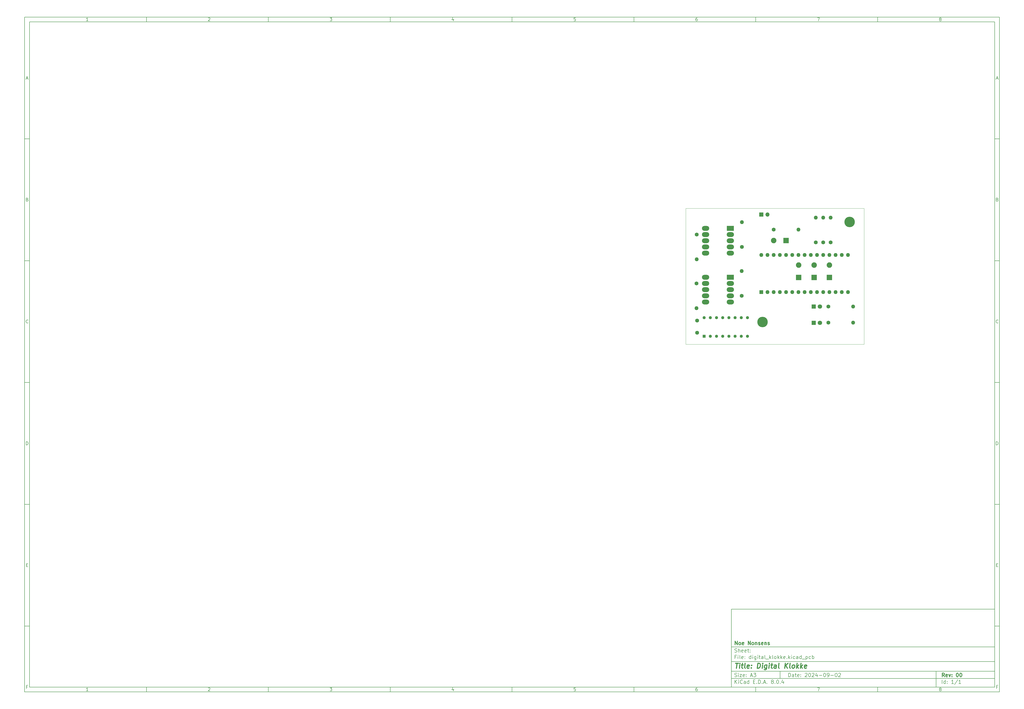
<source format=gbr>
%TF.GenerationSoftware,KiCad,Pcbnew,8.0.4*%
%TF.CreationDate,2024-09-02T20:22:52+02:00*%
%TF.ProjectId,digital_klokke,64696769-7461-46c5-9f6b-6c6f6b6b652e,00*%
%TF.SameCoordinates,PX10c44c20PY899d7e0*%
%TF.FileFunction,Soldermask,Top*%
%TF.FilePolarity,Negative*%
%FSLAX46Y46*%
G04 Gerber Fmt 4.6, Leading zero omitted, Abs format (unit mm)*
G04 Created by KiCad (PCBNEW 8.0.4) date 2024-09-02 20:22:52*
%MOMM*%
%LPD*%
G01*
G04 APERTURE LIST*
%ADD10C,0.100000*%
%ADD11C,0.150000*%
%ADD12C,0.300000*%
%ADD13C,0.400000*%
%ADD14C,4.300000*%
%ADD15C,1.600000*%
%ADD16O,1.600000X1.600000*%
%ADD17R,1.700000X1.700000*%
%ADD18O,1.700000X1.700000*%
%ADD19R,1.600000X1.600000*%
%ADD20R,2.250000X2.250000*%
%ADD21C,2.250000*%
%ADD22R,1.295400X1.295400*%
%ADD23C,1.295400*%
%ADD24R,3.000000X2.000000*%
%ADD25O,3.000000X2.000000*%
%ADD26R,1.800000X1.800000*%
%ADD27C,1.800000*%
%TA.AperFunction,Profile*%
%ADD28C,0.050000*%
%TD*%
G04 APERTURE END LIST*
D10*
D11*
X18689000Y-108702200D02*
X126689000Y-108702200D01*
X126689000Y-140702200D01*
X18689000Y-140702200D01*
X18689000Y-108702200D01*
D10*
D11*
X-271300000Y134300000D02*
X128689000Y134300000D01*
X128689000Y-142702200D01*
X-271300000Y-142702200D01*
X-271300000Y134300000D01*
D10*
D11*
X-269300000Y132300000D02*
X126689000Y132300000D01*
X126689000Y-140702200D01*
X-269300000Y-140702200D01*
X-269300000Y132300000D01*
D10*
D11*
X-221300000Y132300000D02*
X-221300000Y134300000D01*
D10*
D11*
X-171300000Y132300000D02*
X-171300000Y134300000D01*
D10*
D11*
X-121300000Y132300000D02*
X-121300000Y134300000D01*
D10*
D11*
X-71300000Y132300000D02*
X-71300000Y134300000D01*
D10*
D11*
X-21300000Y132300000D02*
X-21300000Y134300000D01*
D10*
D11*
X28700000Y132300000D02*
X28700000Y134300000D01*
D10*
D11*
X78700000Y132300000D02*
X78700000Y134300000D01*
D10*
D11*
X-245210840Y132706396D02*
X-245953697Y132706396D01*
X-245582269Y132706396D02*
X-245582269Y134006396D01*
X-245582269Y134006396D02*
X-245706078Y133820681D01*
X-245706078Y133820681D02*
X-245829888Y133696872D01*
X-245829888Y133696872D02*
X-245953697Y133634967D01*
D10*
D11*
X-195953697Y133882586D02*
X-195891793Y133944491D01*
X-195891793Y133944491D02*
X-195767983Y134006396D01*
X-195767983Y134006396D02*
X-195458459Y134006396D01*
X-195458459Y134006396D02*
X-195334650Y133944491D01*
X-195334650Y133944491D02*
X-195272745Y133882586D01*
X-195272745Y133882586D02*
X-195210840Y133758777D01*
X-195210840Y133758777D02*
X-195210840Y133634967D01*
X-195210840Y133634967D02*
X-195272745Y133449253D01*
X-195272745Y133449253D02*
X-196015602Y132706396D01*
X-196015602Y132706396D02*
X-195210840Y132706396D01*
D10*
D11*
X-146015602Y134006396D02*
X-145210840Y134006396D01*
X-145210840Y134006396D02*
X-145644174Y133511158D01*
X-145644174Y133511158D02*
X-145458459Y133511158D01*
X-145458459Y133511158D02*
X-145334650Y133449253D01*
X-145334650Y133449253D02*
X-145272745Y133387348D01*
X-145272745Y133387348D02*
X-145210840Y133263539D01*
X-145210840Y133263539D02*
X-145210840Y132954015D01*
X-145210840Y132954015D02*
X-145272745Y132830205D01*
X-145272745Y132830205D02*
X-145334650Y132768300D01*
X-145334650Y132768300D02*
X-145458459Y132706396D01*
X-145458459Y132706396D02*
X-145829888Y132706396D01*
X-145829888Y132706396D02*
X-145953697Y132768300D01*
X-145953697Y132768300D02*
X-146015602Y132830205D01*
D10*
D11*
X-95334650Y133573062D02*
X-95334650Y132706396D01*
X-95644174Y134068300D02*
X-95953697Y133139729D01*
X-95953697Y133139729D02*
X-95148936Y133139729D01*
D10*
D11*
X-45272745Y134006396D02*
X-45891793Y134006396D01*
X-45891793Y134006396D02*
X-45953697Y133387348D01*
X-45953697Y133387348D02*
X-45891793Y133449253D01*
X-45891793Y133449253D02*
X-45767983Y133511158D01*
X-45767983Y133511158D02*
X-45458459Y133511158D01*
X-45458459Y133511158D02*
X-45334650Y133449253D01*
X-45334650Y133449253D02*
X-45272745Y133387348D01*
X-45272745Y133387348D02*
X-45210840Y133263539D01*
X-45210840Y133263539D02*
X-45210840Y132954015D01*
X-45210840Y132954015D02*
X-45272745Y132830205D01*
X-45272745Y132830205D02*
X-45334650Y132768300D01*
X-45334650Y132768300D02*
X-45458459Y132706396D01*
X-45458459Y132706396D02*
X-45767983Y132706396D01*
X-45767983Y132706396D02*
X-45891793Y132768300D01*
X-45891793Y132768300D02*
X-45953697Y132830205D01*
D10*
D11*
X4665350Y134006396D02*
X4417731Y134006396D01*
X4417731Y134006396D02*
X4293922Y133944491D01*
X4293922Y133944491D02*
X4232017Y133882586D01*
X4232017Y133882586D02*
X4108207Y133696872D01*
X4108207Y133696872D02*
X4046303Y133449253D01*
X4046303Y133449253D02*
X4046303Y132954015D01*
X4046303Y132954015D02*
X4108207Y132830205D01*
X4108207Y132830205D02*
X4170112Y132768300D01*
X4170112Y132768300D02*
X4293922Y132706396D01*
X4293922Y132706396D02*
X4541541Y132706396D01*
X4541541Y132706396D02*
X4665350Y132768300D01*
X4665350Y132768300D02*
X4727255Y132830205D01*
X4727255Y132830205D02*
X4789160Y132954015D01*
X4789160Y132954015D02*
X4789160Y133263539D01*
X4789160Y133263539D02*
X4727255Y133387348D01*
X4727255Y133387348D02*
X4665350Y133449253D01*
X4665350Y133449253D02*
X4541541Y133511158D01*
X4541541Y133511158D02*
X4293922Y133511158D01*
X4293922Y133511158D02*
X4170112Y133449253D01*
X4170112Y133449253D02*
X4108207Y133387348D01*
X4108207Y133387348D02*
X4046303Y133263539D01*
D10*
D11*
X53984398Y134006396D02*
X54851064Y134006396D01*
X54851064Y134006396D02*
X54293922Y132706396D01*
D10*
D11*
X104293922Y133449253D02*
X104170112Y133511158D01*
X104170112Y133511158D02*
X104108207Y133573062D01*
X104108207Y133573062D02*
X104046303Y133696872D01*
X104046303Y133696872D02*
X104046303Y133758777D01*
X104046303Y133758777D02*
X104108207Y133882586D01*
X104108207Y133882586D02*
X104170112Y133944491D01*
X104170112Y133944491D02*
X104293922Y134006396D01*
X104293922Y134006396D02*
X104541541Y134006396D01*
X104541541Y134006396D02*
X104665350Y133944491D01*
X104665350Y133944491D02*
X104727255Y133882586D01*
X104727255Y133882586D02*
X104789160Y133758777D01*
X104789160Y133758777D02*
X104789160Y133696872D01*
X104789160Y133696872D02*
X104727255Y133573062D01*
X104727255Y133573062D02*
X104665350Y133511158D01*
X104665350Y133511158D02*
X104541541Y133449253D01*
X104541541Y133449253D02*
X104293922Y133449253D01*
X104293922Y133449253D02*
X104170112Y133387348D01*
X104170112Y133387348D02*
X104108207Y133325443D01*
X104108207Y133325443D02*
X104046303Y133201634D01*
X104046303Y133201634D02*
X104046303Y132954015D01*
X104046303Y132954015D02*
X104108207Y132830205D01*
X104108207Y132830205D02*
X104170112Y132768300D01*
X104170112Y132768300D02*
X104293922Y132706396D01*
X104293922Y132706396D02*
X104541541Y132706396D01*
X104541541Y132706396D02*
X104665350Y132768300D01*
X104665350Y132768300D02*
X104727255Y132830205D01*
X104727255Y132830205D02*
X104789160Y132954015D01*
X104789160Y132954015D02*
X104789160Y133201634D01*
X104789160Y133201634D02*
X104727255Y133325443D01*
X104727255Y133325443D02*
X104665350Y133387348D01*
X104665350Y133387348D02*
X104541541Y133449253D01*
D10*
D11*
X-221300000Y-140702200D02*
X-221300000Y-142702200D01*
D10*
D11*
X-171300000Y-140702200D02*
X-171300000Y-142702200D01*
D10*
D11*
X-121300000Y-140702200D02*
X-121300000Y-142702200D01*
D10*
D11*
X-71300000Y-140702200D02*
X-71300000Y-142702200D01*
D10*
D11*
X-21300000Y-140702200D02*
X-21300000Y-142702200D01*
D10*
D11*
X28700000Y-140702200D02*
X28700000Y-142702200D01*
D10*
D11*
X78700000Y-140702200D02*
X78700000Y-142702200D01*
D10*
D11*
X-245210840Y-142295804D02*
X-245953697Y-142295804D01*
X-245582269Y-142295804D02*
X-245582269Y-140995804D01*
X-245582269Y-140995804D02*
X-245706078Y-141181519D01*
X-245706078Y-141181519D02*
X-245829888Y-141305328D01*
X-245829888Y-141305328D02*
X-245953697Y-141367233D01*
D10*
D11*
X-195953697Y-141119614D02*
X-195891793Y-141057709D01*
X-195891793Y-141057709D02*
X-195767983Y-140995804D01*
X-195767983Y-140995804D02*
X-195458459Y-140995804D01*
X-195458459Y-140995804D02*
X-195334650Y-141057709D01*
X-195334650Y-141057709D02*
X-195272745Y-141119614D01*
X-195272745Y-141119614D02*
X-195210840Y-141243423D01*
X-195210840Y-141243423D02*
X-195210840Y-141367233D01*
X-195210840Y-141367233D02*
X-195272745Y-141552947D01*
X-195272745Y-141552947D02*
X-196015602Y-142295804D01*
X-196015602Y-142295804D02*
X-195210840Y-142295804D01*
D10*
D11*
X-146015602Y-140995804D02*
X-145210840Y-140995804D01*
X-145210840Y-140995804D02*
X-145644174Y-141491042D01*
X-145644174Y-141491042D02*
X-145458459Y-141491042D01*
X-145458459Y-141491042D02*
X-145334650Y-141552947D01*
X-145334650Y-141552947D02*
X-145272745Y-141614852D01*
X-145272745Y-141614852D02*
X-145210840Y-141738661D01*
X-145210840Y-141738661D02*
X-145210840Y-142048185D01*
X-145210840Y-142048185D02*
X-145272745Y-142171995D01*
X-145272745Y-142171995D02*
X-145334650Y-142233900D01*
X-145334650Y-142233900D02*
X-145458459Y-142295804D01*
X-145458459Y-142295804D02*
X-145829888Y-142295804D01*
X-145829888Y-142295804D02*
X-145953697Y-142233900D01*
X-145953697Y-142233900D02*
X-146015602Y-142171995D01*
D10*
D11*
X-95334650Y-141429138D02*
X-95334650Y-142295804D01*
X-95644174Y-140933900D02*
X-95953697Y-141862471D01*
X-95953697Y-141862471D02*
X-95148936Y-141862471D01*
D10*
D11*
X-45272745Y-140995804D02*
X-45891793Y-140995804D01*
X-45891793Y-140995804D02*
X-45953697Y-141614852D01*
X-45953697Y-141614852D02*
X-45891793Y-141552947D01*
X-45891793Y-141552947D02*
X-45767983Y-141491042D01*
X-45767983Y-141491042D02*
X-45458459Y-141491042D01*
X-45458459Y-141491042D02*
X-45334650Y-141552947D01*
X-45334650Y-141552947D02*
X-45272745Y-141614852D01*
X-45272745Y-141614852D02*
X-45210840Y-141738661D01*
X-45210840Y-141738661D02*
X-45210840Y-142048185D01*
X-45210840Y-142048185D02*
X-45272745Y-142171995D01*
X-45272745Y-142171995D02*
X-45334650Y-142233900D01*
X-45334650Y-142233900D02*
X-45458459Y-142295804D01*
X-45458459Y-142295804D02*
X-45767983Y-142295804D01*
X-45767983Y-142295804D02*
X-45891793Y-142233900D01*
X-45891793Y-142233900D02*
X-45953697Y-142171995D01*
D10*
D11*
X4665350Y-140995804D02*
X4417731Y-140995804D01*
X4417731Y-140995804D02*
X4293922Y-141057709D01*
X4293922Y-141057709D02*
X4232017Y-141119614D01*
X4232017Y-141119614D02*
X4108207Y-141305328D01*
X4108207Y-141305328D02*
X4046303Y-141552947D01*
X4046303Y-141552947D02*
X4046303Y-142048185D01*
X4046303Y-142048185D02*
X4108207Y-142171995D01*
X4108207Y-142171995D02*
X4170112Y-142233900D01*
X4170112Y-142233900D02*
X4293922Y-142295804D01*
X4293922Y-142295804D02*
X4541541Y-142295804D01*
X4541541Y-142295804D02*
X4665350Y-142233900D01*
X4665350Y-142233900D02*
X4727255Y-142171995D01*
X4727255Y-142171995D02*
X4789160Y-142048185D01*
X4789160Y-142048185D02*
X4789160Y-141738661D01*
X4789160Y-141738661D02*
X4727255Y-141614852D01*
X4727255Y-141614852D02*
X4665350Y-141552947D01*
X4665350Y-141552947D02*
X4541541Y-141491042D01*
X4541541Y-141491042D02*
X4293922Y-141491042D01*
X4293922Y-141491042D02*
X4170112Y-141552947D01*
X4170112Y-141552947D02*
X4108207Y-141614852D01*
X4108207Y-141614852D02*
X4046303Y-141738661D01*
D10*
D11*
X53984398Y-140995804D02*
X54851064Y-140995804D01*
X54851064Y-140995804D02*
X54293922Y-142295804D01*
D10*
D11*
X104293922Y-141552947D02*
X104170112Y-141491042D01*
X104170112Y-141491042D02*
X104108207Y-141429138D01*
X104108207Y-141429138D02*
X104046303Y-141305328D01*
X104046303Y-141305328D02*
X104046303Y-141243423D01*
X104046303Y-141243423D02*
X104108207Y-141119614D01*
X104108207Y-141119614D02*
X104170112Y-141057709D01*
X104170112Y-141057709D02*
X104293922Y-140995804D01*
X104293922Y-140995804D02*
X104541541Y-140995804D01*
X104541541Y-140995804D02*
X104665350Y-141057709D01*
X104665350Y-141057709D02*
X104727255Y-141119614D01*
X104727255Y-141119614D02*
X104789160Y-141243423D01*
X104789160Y-141243423D02*
X104789160Y-141305328D01*
X104789160Y-141305328D02*
X104727255Y-141429138D01*
X104727255Y-141429138D02*
X104665350Y-141491042D01*
X104665350Y-141491042D02*
X104541541Y-141552947D01*
X104541541Y-141552947D02*
X104293922Y-141552947D01*
X104293922Y-141552947D02*
X104170112Y-141614852D01*
X104170112Y-141614852D02*
X104108207Y-141676757D01*
X104108207Y-141676757D02*
X104046303Y-141800566D01*
X104046303Y-141800566D02*
X104046303Y-142048185D01*
X104046303Y-142048185D02*
X104108207Y-142171995D01*
X104108207Y-142171995D02*
X104170112Y-142233900D01*
X104170112Y-142233900D02*
X104293922Y-142295804D01*
X104293922Y-142295804D02*
X104541541Y-142295804D01*
X104541541Y-142295804D02*
X104665350Y-142233900D01*
X104665350Y-142233900D02*
X104727255Y-142171995D01*
X104727255Y-142171995D02*
X104789160Y-142048185D01*
X104789160Y-142048185D02*
X104789160Y-141800566D01*
X104789160Y-141800566D02*
X104727255Y-141676757D01*
X104727255Y-141676757D02*
X104665350Y-141614852D01*
X104665350Y-141614852D02*
X104541541Y-141552947D01*
D10*
D11*
X-271300000Y84300000D02*
X-269300000Y84300000D01*
D10*
D11*
X-271300000Y34300000D02*
X-269300000Y34300000D01*
D10*
D11*
X-271300000Y-15700000D02*
X-269300000Y-15700000D01*
D10*
D11*
X-271300000Y-65700000D02*
X-269300000Y-65700000D01*
D10*
D11*
X-271300000Y-115700000D02*
X-269300000Y-115700000D01*
D10*
D11*
X-270609524Y109077824D02*
X-269990477Y109077824D01*
X-270733334Y108706396D02*
X-270300001Y110006396D01*
X-270300001Y110006396D02*
X-269866667Y108706396D01*
D10*
D11*
X-270207143Y59387348D02*
X-270021429Y59325443D01*
X-270021429Y59325443D02*
X-269959524Y59263539D01*
X-269959524Y59263539D02*
X-269897620Y59139729D01*
X-269897620Y59139729D02*
X-269897620Y58954015D01*
X-269897620Y58954015D02*
X-269959524Y58830205D01*
X-269959524Y58830205D02*
X-270021429Y58768300D01*
X-270021429Y58768300D02*
X-270145239Y58706396D01*
X-270145239Y58706396D02*
X-270640477Y58706396D01*
X-270640477Y58706396D02*
X-270640477Y60006396D01*
X-270640477Y60006396D02*
X-270207143Y60006396D01*
X-270207143Y60006396D02*
X-270083334Y59944491D01*
X-270083334Y59944491D02*
X-270021429Y59882586D01*
X-270021429Y59882586D02*
X-269959524Y59758777D01*
X-269959524Y59758777D02*
X-269959524Y59634967D01*
X-269959524Y59634967D02*
X-270021429Y59511158D01*
X-270021429Y59511158D02*
X-270083334Y59449253D01*
X-270083334Y59449253D02*
X-270207143Y59387348D01*
X-270207143Y59387348D02*
X-270640477Y59387348D01*
D10*
D11*
X-269897620Y8830205D02*
X-269959524Y8768300D01*
X-269959524Y8768300D02*
X-270145239Y8706396D01*
X-270145239Y8706396D02*
X-270269048Y8706396D01*
X-270269048Y8706396D02*
X-270454762Y8768300D01*
X-270454762Y8768300D02*
X-270578572Y8892110D01*
X-270578572Y8892110D02*
X-270640477Y9015920D01*
X-270640477Y9015920D02*
X-270702381Y9263539D01*
X-270702381Y9263539D02*
X-270702381Y9449253D01*
X-270702381Y9449253D02*
X-270640477Y9696872D01*
X-270640477Y9696872D02*
X-270578572Y9820681D01*
X-270578572Y9820681D02*
X-270454762Y9944491D01*
X-270454762Y9944491D02*
X-270269048Y10006396D01*
X-270269048Y10006396D02*
X-270145239Y10006396D01*
X-270145239Y10006396D02*
X-269959524Y9944491D01*
X-269959524Y9944491D02*
X-269897620Y9882586D01*
D10*
D11*
X-270640477Y-41293604D02*
X-270640477Y-39993604D01*
X-270640477Y-39993604D02*
X-270330953Y-39993604D01*
X-270330953Y-39993604D02*
X-270145239Y-40055509D01*
X-270145239Y-40055509D02*
X-270021429Y-40179319D01*
X-270021429Y-40179319D02*
X-269959524Y-40303128D01*
X-269959524Y-40303128D02*
X-269897620Y-40550747D01*
X-269897620Y-40550747D02*
X-269897620Y-40736461D01*
X-269897620Y-40736461D02*
X-269959524Y-40984080D01*
X-269959524Y-40984080D02*
X-270021429Y-41107890D01*
X-270021429Y-41107890D02*
X-270145239Y-41231700D01*
X-270145239Y-41231700D02*
X-270330953Y-41293604D01*
X-270330953Y-41293604D02*
X-270640477Y-41293604D01*
D10*
D11*
X-270578572Y-90612652D02*
X-270145238Y-90612652D01*
X-269959524Y-91293604D02*
X-270578572Y-91293604D01*
X-270578572Y-91293604D02*
X-270578572Y-89993604D01*
X-270578572Y-89993604D02*
X-269959524Y-89993604D01*
D10*
D11*
X-270114286Y-140612652D02*
X-270547620Y-140612652D01*
X-270547620Y-141293604D02*
X-270547620Y-139993604D01*
X-270547620Y-139993604D02*
X-269928572Y-139993604D01*
D10*
D11*
X128689000Y84300000D02*
X126689000Y84300000D01*
D10*
D11*
X128689000Y34300000D02*
X126689000Y34300000D01*
D10*
D11*
X128689000Y-15700000D02*
X126689000Y-15700000D01*
D10*
D11*
X128689000Y-65700000D02*
X126689000Y-65700000D01*
D10*
D11*
X128689000Y-115700000D02*
X126689000Y-115700000D01*
D10*
D11*
X127379476Y109077824D02*
X127998523Y109077824D01*
X127255666Y108706396D02*
X127688999Y110006396D01*
X127688999Y110006396D02*
X128122333Y108706396D01*
D10*
D11*
X127781857Y59387348D02*
X127967571Y59325443D01*
X127967571Y59325443D02*
X128029476Y59263539D01*
X128029476Y59263539D02*
X128091380Y59139729D01*
X128091380Y59139729D02*
X128091380Y58954015D01*
X128091380Y58954015D02*
X128029476Y58830205D01*
X128029476Y58830205D02*
X127967571Y58768300D01*
X127967571Y58768300D02*
X127843761Y58706396D01*
X127843761Y58706396D02*
X127348523Y58706396D01*
X127348523Y58706396D02*
X127348523Y60006396D01*
X127348523Y60006396D02*
X127781857Y60006396D01*
X127781857Y60006396D02*
X127905666Y59944491D01*
X127905666Y59944491D02*
X127967571Y59882586D01*
X127967571Y59882586D02*
X128029476Y59758777D01*
X128029476Y59758777D02*
X128029476Y59634967D01*
X128029476Y59634967D02*
X127967571Y59511158D01*
X127967571Y59511158D02*
X127905666Y59449253D01*
X127905666Y59449253D02*
X127781857Y59387348D01*
X127781857Y59387348D02*
X127348523Y59387348D01*
D10*
D11*
X128091380Y8830205D02*
X128029476Y8768300D01*
X128029476Y8768300D02*
X127843761Y8706396D01*
X127843761Y8706396D02*
X127719952Y8706396D01*
X127719952Y8706396D02*
X127534238Y8768300D01*
X127534238Y8768300D02*
X127410428Y8892110D01*
X127410428Y8892110D02*
X127348523Y9015920D01*
X127348523Y9015920D02*
X127286619Y9263539D01*
X127286619Y9263539D02*
X127286619Y9449253D01*
X127286619Y9449253D02*
X127348523Y9696872D01*
X127348523Y9696872D02*
X127410428Y9820681D01*
X127410428Y9820681D02*
X127534238Y9944491D01*
X127534238Y9944491D02*
X127719952Y10006396D01*
X127719952Y10006396D02*
X127843761Y10006396D01*
X127843761Y10006396D02*
X128029476Y9944491D01*
X128029476Y9944491D02*
X128091380Y9882586D01*
D10*
D11*
X127348523Y-41293604D02*
X127348523Y-39993604D01*
X127348523Y-39993604D02*
X127658047Y-39993604D01*
X127658047Y-39993604D02*
X127843761Y-40055509D01*
X127843761Y-40055509D02*
X127967571Y-40179319D01*
X127967571Y-40179319D02*
X128029476Y-40303128D01*
X128029476Y-40303128D02*
X128091380Y-40550747D01*
X128091380Y-40550747D02*
X128091380Y-40736461D01*
X128091380Y-40736461D02*
X128029476Y-40984080D01*
X128029476Y-40984080D02*
X127967571Y-41107890D01*
X127967571Y-41107890D02*
X127843761Y-41231700D01*
X127843761Y-41231700D02*
X127658047Y-41293604D01*
X127658047Y-41293604D02*
X127348523Y-41293604D01*
D10*
D11*
X127410428Y-90612652D02*
X127843762Y-90612652D01*
X128029476Y-91293604D02*
X127410428Y-91293604D01*
X127410428Y-91293604D02*
X127410428Y-89993604D01*
X127410428Y-89993604D02*
X128029476Y-89993604D01*
D10*
D11*
X127874714Y-140612652D02*
X127441380Y-140612652D01*
X127441380Y-141293604D02*
X127441380Y-139993604D01*
X127441380Y-139993604D02*
X128060428Y-139993604D01*
D10*
D11*
X42144826Y-136488328D02*
X42144826Y-134988328D01*
X42144826Y-134988328D02*
X42501969Y-134988328D01*
X42501969Y-134988328D02*
X42716255Y-135059757D01*
X42716255Y-135059757D02*
X42859112Y-135202614D01*
X42859112Y-135202614D02*
X42930541Y-135345471D01*
X42930541Y-135345471D02*
X43001969Y-135631185D01*
X43001969Y-135631185D02*
X43001969Y-135845471D01*
X43001969Y-135845471D02*
X42930541Y-136131185D01*
X42930541Y-136131185D02*
X42859112Y-136274042D01*
X42859112Y-136274042D02*
X42716255Y-136416900D01*
X42716255Y-136416900D02*
X42501969Y-136488328D01*
X42501969Y-136488328D02*
X42144826Y-136488328D01*
X44287684Y-136488328D02*
X44287684Y-135702614D01*
X44287684Y-135702614D02*
X44216255Y-135559757D01*
X44216255Y-135559757D02*
X44073398Y-135488328D01*
X44073398Y-135488328D02*
X43787684Y-135488328D01*
X43787684Y-135488328D02*
X43644826Y-135559757D01*
X44287684Y-136416900D02*
X44144826Y-136488328D01*
X44144826Y-136488328D02*
X43787684Y-136488328D01*
X43787684Y-136488328D02*
X43644826Y-136416900D01*
X43644826Y-136416900D02*
X43573398Y-136274042D01*
X43573398Y-136274042D02*
X43573398Y-136131185D01*
X43573398Y-136131185D02*
X43644826Y-135988328D01*
X43644826Y-135988328D02*
X43787684Y-135916900D01*
X43787684Y-135916900D02*
X44144826Y-135916900D01*
X44144826Y-135916900D02*
X44287684Y-135845471D01*
X44787684Y-135488328D02*
X45359112Y-135488328D01*
X45001969Y-134988328D02*
X45001969Y-136274042D01*
X45001969Y-136274042D02*
X45073398Y-136416900D01*
X45073398Y-136416900D02*
X45216255Y-136488328D01*
X45216255Y-136488328D02*
X45359112Y-136488328D01*
X46430541Y-136416900D02*
X46287684Y-136488328D01*
X46287684Y-136488328D02*
X46001970Y-136488328D01*
X46001970Y-136488328D02*
X45859112Y-136416900D01*
X45859112Y-136416900D02*
X45787684Y-136274042D01*
X45787684Y-136274042D02*
X45787684Y-135702614D01*
X45787684Y-135702614D02*
X45859112Y-135559757D01*
X45859112Y-135559757D02*
X46001970Y-135488328D01*
X46001970Y-135488328D02*
X46287684Y-135488328D01*
X46287684Y-135488328D02*
X46430541Y-135559757D01*
X46430541Y-135559757D02*
X46501970Y-135702614D01*
X46501970Y-135702614D02*
X46501970Y-135845471D01*
X46501970Y-135845471D02*
X45787684Y-135988328D01*
X47144826Y-136345471D02*
X47216255Y-136416900D01*
X47216255Y-136416900D02*
X47144826Y-136488328D01*
X47144826Y-136488328D02*
X47073398Y-136416900D01*
X47073398Y-136416900D02*
X47144826Y-136345471D01*
X47144826Y-136345471D02*
X47144826Y-136488328D01*
X47144826Y-135559757D02*
X47216255Y-135631185D01*
X47216255Y-135631185D02*
X47144826Y-135702614D01*
X47144826Y-135702614D02*
X47073398Y-135631185D01*
X47073398Y-135631185D02*
X47144826Y-135559757D01*
X47144826Y-135559757D02*
X47144826Y-135702614D01*
X48930541Y-135131185D02*
X49001969Y-135059757D01*
X49001969Y-135059757D02*
X49144827Y-134988328D01*
X49144827Y-134988328D02*
X49501969Y-134988328D01*
X49501969Y-134988328D02*
X49644827Y-135059757D01*
X49644827Y-135059757D02*
X49716255Y-135131185D01*
X49716255Y-135131185D02*
X49787684Y-135274042D01*
X49787684Y-135274042D02*
X49787684Y-135416900D01*
X49787684Y-135416900D02*
X49716255Y-135631185D01*
X49716255Y-135631185D02*
X48859112Y-136488328D01*
X48859112Y-136488328D02*
X49787684Y-136488328D01*
X50716255Y-134988328D02*
X50859112Y-134988328D01*
X50859112Y-134988328D02*
X51001969Y-135059757D01*
X51001969Y-135059757D02*
X51073398Y-135131185D01*
X51073398Y-135131185D02*
X51144826Y-135274042D01*
X51144826Y-135274042D02*
X51216255Y-135559757D01*
X51216255Y-135559757D02*
X51216255Y-135916900D01*
X51216255Y-135916900D02*
X51144826Y-136202614D01*
X51144826Y-136202614D02*
X51073398Y-136345471D01*
X51073398Y-136345471D02*
X51001969Y-136416900D01*
X51001969Y-136416900D02*
X50859112Y-136488328D01*
X50859112Y-136488328D02*
X50716255Y-136488328D01*
X50716255Y-136488328D02*
X50573398Y-136416900D01*
X50573398Y-136416900D02*
X50501969Y-136345471D01*
X50501969Y-136345471D02*
X50430540Y-136202614D01*
X50430540Y-136202614D02*
X50359112Y-135916900D01*
X50359112Y-135916900D02*
X50359112Y-135559757D01*
X50359112Y-135559757D02*
X50430540Y-135274042D01*
X50430540Y-135274042D02*
X50501969Y-135131185D01*
X50501969Y-135131185D02*
X50573398Y-135059757D01*
X50573398Y-135059757D02*
X50716255Y-134988328D01*
X51787683Y-135131185D02*
X51859111Y-135059757D01*
X51859111Y-135059757D02*
X52001969Y-134988328D01*
X52001969Y-134988328D02*
X52359111Y-134988328D01*
X52359111Y-134988328D02*
X52501969Y-135059757D01*
X52501969Y-135059757D02*
X52573397Y-135131185D01*
X52573397Y-135131185D02*
X52644826Y-135274042D01*
X52644826Y-135274042D02*
X52644826Y-135416900D01*
X52644826Y-135416900D02*
X52573397Y-135631185D01*
X52573397Y-135631185D02*
X51716254Y-136488328D01*
X51716254Y-136488328D02*
X52644826Y-136488328D01*
X53930540Y-135488328D02*
X53930540Y-136488328D01*
X53573397Y-134916900D02*
X53216254Y-135988328D01*
X53216254Y-135988328D02*
X54144825Y-135988328D01*
X54716253Y-135916900D02*
X55859111Y-135916900D01*
X56859111Y-134988328D02*
X57001968Y-134988328D01*
X57001968Y-134988328D02*
X57144825Y-135059757D01*
X57144825Y-135059757D02*
X57216254Y-135131185D01*
X57216254Y-135131185D02*
X57287682Y-135274042D01*
X57287682Y-135274042D02*
X57359111Y-135559757D01*
X57359111Y-135559757D02*
X57359111Y-135916900D01*
X57359111Y-135916900D02*
X57287682Y-136202614D01*
X57287682Y-136202614D02*
X57216254Y-136345471D01*
X57216254Y-136345471D02*
X57144825Y-136416900D01*
X57144825Y-136416900D02*
X57001968Y-136488328D01*
X57001968Y-136488328D02*
X56859111Y-136488328D01*
X56859111Y-136488328D02*
X56716254Y-136416900D01*
X56716254Y-136416900D02*
X56644825Y-136345471D01*
X56644825Y-136345471D02*
X56573396Y-136202614D01*
X56573396Y-136202614D02*
X56501968Y-135916900D01*
X56501968Y-135916900D02*
X56501968Y-135559757D01*
X56501968Y-135559757D02*
X56573396Y-135274042D01*
X56573396Y-135274042D02*
X56644825Y-135131185D01*
X56644825Y-135131185D02*
X56716254Y-135059757D01*
X56716254Y-135059757D02*
X56859111Y-134988328D01*
X58073396Y-136488328D02*
X58359110Y-136488328D01*
X58359110Y-136488328D02*
X58501967Y-136416900D01*
X58501967Y-136416900D02*
X58573396Y-136345471D01*
X58573396Y-136345471D02*
X58716253Y-136131185D01*
X58716253Y-136131185D02*
X58787682Y-135845471D01*
X58787682Y-135845471D02*
X58787682Y-135274042D01*
X58787682Y-135274042D02*
X58716253Y-135131185D01*
X58716253Y-135131185D02*
X58644825Y-135059757D01*
X58644825Y-135059757D02*
X58501967Y-134988328D01*
X58501967Y-134988328D02*
X58216253Y-134988328D01*
X58216253Y-134988328D02*
X58073396Y-135059757D01*
X58073396Y-135059757D02*
X58001967Y-135131185D01*
X58001967Y-135131185D02*
X57930539Y-135274042D01*
X57930539Y-135274042D02*
X57930539Y-135631185D01*
X57930539Y-135631185D02*
X58001967Y-135774042D01*
X58001967Y-135774042D02*
X58073396Y-135845471D01*
X58073396Y-135845471D02*
X58216253Y-135916900D01*
X58216253Y-135916900D02*
X58501967Y-135916900D01*
X58501967Y-135916900D02*
X58644825Y-135845471D01*
X58644825Y-135845471D02*
X58716253Y-135774042D01*
X58716253Y-135774042D02*
X58787682Y-135631185D01*
X59430538Y-135916900D02*
X60573396Y-135916900D01*
X61573396Y-134988328D02*
X61716253Y-134988328D01*
X61716253Y-134988328D02*
X61859110Y-135059757D01*
X61859110Y-135059757D02*
X61930539Y-135131185D01*
X61930539Y-135131185D02*
X62001967Y-135274042D01*
X62001967Y-135274042D02*
X62073396Y-135559757D01*
X62073396Y-135559757D02*
X62073396Y-135916900D01*
X62073396Y-135916900D02*
X62001967Y-136202614D01*
X62001967Y-136202614D02*
X61930539Y-136345471D01*
X61930539Y-136345471D02*
X61859110Y-136416900D01*
X61859110Y-136416900D02*
X61716253Y-136488328D01*
X61716253Y-136488328D02*
X61573396Y-136488328D01*
X61573396Y-136488328D02*
X61430539Y-136416900D01*
X61430539Y-136416900D02*
X61359110Y-136345471D01*
X61359110Y-136345471D02*
X61287681Y-136202614D01*
X61287681Y-136202614D02*
X61216253Y-135916900D01*
X61216253Y-135916900D02*
X61216253Y-135559757D01*
X61216253Y-135559757D02*
X61287681Y-135274042D01*
X61287681Y-135274042D02*
X61359110Y-135131185D01*
X61359110Y-135131185D02*
X61430539Y-135059757D01*
X61430539Y-135059757D02*
X61573396Y-134988328D01*
X62644824Y-135131185D02*
X62716252Y-135059757D01*
X62716252Y-135059757D02*
X62859110Y-134988328D01*
X62859110Y-134988328D02*
X63216252Y-134988328D01*
X63216252Y-134988328D02*
X63359110Y-135059757D01*
X63359110Y-135059757D02*
X63430538Y-135131185D01*
X63430538Y-135131185D02*
X63501967Y-135274042D01*
X63501967Y-135274042D02*
X63501967Y-135416900D01*
X63501967Y-135416900D02*
X63430538Y-135631185D01*
X63430538Y-135631185D02*
X62573395Y-136488328D01*
X62573395Y-136488328D02*
X63501967Y-136488328D01*
D10*
D11*
X18689000Y-137202200D02*
X126689000Y-137202200D01*
D10*
D11*
X20144826Y-139288328D02*
X20144826Y-137788328D01*
X21001969Y-139288328D02*
X20359112Y-138431185D01*
X21001969Y-137788328D02*
X20144826Y-138645471D01*
X21644826Y-139288328D02*
X21644826Y-138288328D01*
X21644826Y-137788328D02*
X21573398Y-137859757D01*
X21573398Y-137859757D02*
X21644826Y-137931185D01*
X21644826Y-137931185D02*
X21716255Y-137859757D01*
X21716255Y-137859757D02*
X21644826Y-137788328D01*
X21644826Y-137788328D02*
X21644826Y-137931185D01*
X23216255Y-139145471D02*
X23144827Y-139216900D01*
X23144827Y-139216900D02*
X22930541Y-139288328D01*
X22930541Y-139288328D02*
X22787684Y-139288328D01*
X22787684Y-139288328D02*
X22573398Y-139216900D01*
X22573398Y-139216900D02*
X22430541Y-139074042D01*
X22430541Y-139074042D02*
X22359112Y-138931185D01*
X22359112Y-138931185D02*
X22287684Y-138645471D01*
X22287684Y-138645471D02*
X22287684Y-138431185D01*
X22287684Y-138431185D02*
X22359112Y-138145471D01*
X22359112Y-138145471D02*
X22430541Y-138002614D01*
X22430541Y-138002614D02*
X22573398Y-137859757D01*
X22573398Y-137859757D02*
X22787684Y-137788328D01*
X22787684Y-137788328D02*
X22930541Y-137788328D01*
X22930541Y-137788328D02*
X23144827Y-137859757D01*
X23144827Y-137859757D02*
X23216255Y-137931185D01*
X24501970Y-139288328D02*
X24501970Y-138502614D01*
X24501970Y-138502614D02*
X24430541Y-138359757D01*
X24430541Y-138359757D02*
X24287684Y-138288328D01*
X24287684Y-138288328D02*
X24001970Y-138288328D01*
X24001970Y-138288328D02*
X23859112Y-138359757D01*
X24501970Y-139216900D02*
X24359112Y-139288328D01*
X24359112Y-139288328D02*
X24001970Y-139288328D01*
X24001970Y-139288328D02*
X23859112Y-139216900D01*
X23859112Y-139216900D02*
X23787684Y-139074042D01*
X23787684Y-139074042D02*
X23787684Y-138931185D01*
X23787684Y-138931185D02*
X23859112Y-138788328D01*
X23859112Y-138788328D02*
X24001970Y-138716900D01*
X24001970Y-138716900D02*
X24359112Y-138716900D01*
X24359112Y-138716900D02*
X24501970Y-138645471D01*
X25859113Y-139288328D02*
X25859113Y-137788328D01*
X25859113Y-139216900D02*
X25716255Y-139288328D01*
X25716255Y-139288328D02*
X25430541Y-139288328D01*
X25430541Y-139288328D02*
X25287684Y-139216900D01*
X25287684Y-139216900D02*
X25216255Y-139145471D01*
X25216255Y-139145471D02*
X25144827Y-139002614D01*
X25144827Y-139002614D02*
X25144827Y-138574042D01*
X25144827Y-138574042D02*
X25216255Y-138431185D01*
X25216255Y-138431185D02*
X25287684Y-138359757D01*
X25287684Y-138359757D02*
X25430541Y-138288328D01*
X25430541Y-138288328D02*
X25716255Y-138288328D01*
X25716255Y-138288328D02*
X25859113Y-138359757D01*
X27716255Y-138502614D02*
X28216255Y-138502614D01*
X28430541Y-139288328D02*
X27716255Y-139288328D01*
X27716255Y-139288328D02*
X27716255Y-137788328D01*
X27716255Y-137788328D02*
X28430541Y-137788328D01*
X29073398Y-139145471D02*
X29144827Y-139216900D01*
X29144827Y-139216900D02*
X29073398Y-139288328D01*
X29073398Y-139288328D02*
X29001970Y-139216900D01*
X29001970Y-139216900D02*
X29073398Y-139145471D01*
X29073398Y-139145471D02*
X29073398Y-139288328D01*
X29787684Y-139288328D02*
X29787684Y-137788328D01*
X29787684Y-137788328D02*
X30144827Y-137788328D01*
X30144827Y-137788328D02*
X30359113Y-137859757D01*
X30359113Y-137859757D02*
X30501970Y-138002614D01*
X30501970Y-138002614D02*
X30573399Y-138145471D01*
X30573399Y-138145471D02*
X30644827Y-138431185D01*
X30644827Y-138431185D02*
X30644827Y-138645471D01*
X30644827Y-138645471D02*
X30573399Y-138931185D01*
X30573399Y-138931185D02*
X30501970Y-139074042D01*
X30501970Y-139074042D02*
X30359113Y-139216900D01*
X30359113Y-139216900D02*
X30144827Y-139288328D01*
X30144827Y-139288328D02*
X29787684Y-139288328D01*
X31287684Y-139145471D02*
X31359113Y-139216900D01*
X31359113Y-139216900D02*
X31287684Y-139288328D01*
X31287684Y-139288328D02*
X31216256Y-139216900D01*
X31216256Y-139216900D02*
X31287684Y-139145471D01*
X31287684Y-139145471D02*
X31287684Y-139288328D01*
X31930542Y-138859757D02*
X32644828Y-138859757D01*
X31787685Y-139288328D02*
X32287685Y-137788328D01*
X32287685Y-137788328D02*
X32787685Y-139288328D01*
X33287684Y-139145471D02*
X33359113Y-139216900D01*
X33359113Y-139216900D02*
X33287684Y-139288328D01*
X33287684Y-139288328D02*
X33216256Y-139216900D01*
X33216256Y-139216900D02*
X33287684Y-139145471D01*
X33287684Y-139145471D02*
X33287684Y-139288328D01*
X35359113Y-138431185D02*
X35216256Y-138359757D01*
X35216256Y-138359757D02*
X35144827Y-138288328D01*
X35144827Y-138288328D02*
X35073399Y-138145471D01*
X35073399Y-138145471D02*
X35073399Y-138074042D01*
X35073399Y-138074042D02*
X35144827Y-137931185D01*
X35144827Y-137931185D02*
X35216256Y-137859757D01*
X35216256Y-137859757D02*
X35359113Y-137788328D01*
X35359113Y-137788328D02*
X35644827Y-137788328D01*
X35644827Y-137788328D02*
X35787685Y-137859757D01*
X35787685Y-137859757D02*
X35859113Y-137931185D01*
X35859113Y-137931185D02*
X35930542Y-138074042D01*
X35930542Y-138074042D02*
X35930542Y-138145471D01*
X35930542Y-138145471D02*
X35859113Y-138288328D01*
X35859113Y-138288328D02*
X35787685Y-138359757D01*
X35787685Y-138359757D02*
X35644827Y-138431185D01*
X35644827Y-138431185D02*
X35359113Y-138431185D01*
X35359113Y-138431185D02*
X35216256Y-138502614D01*
X35216256Y-138502614D02*
X35144827Y-138574042D01*
X35144827Y-138574042D02*
X35073399Y-138716900D01*
X35073399Y-138716900D02*
X35073399Y-139002614D01*
X35073399Y-139002614D02*
X35144827Y-139145471D01*
X35144827Y-139145471D02*
X35216256Y-139216900D01*
X35216256Y-139216900D02*
X35359113Y-139288328D01*
X35359113Y-139288328D02*
X35644827Y-139288328D01*
X35644827Y-139288328D02*
X35787685Y-139216900D01*
X35787685Y-139216900D02*
X35859113Y-139145471D01*
X35859113Y-139145471D02*
X35930542Y-139002614D01*
X35930542Y-139002614D02*
X35930542Y-138716900D01*
X35930542Y-138716900D02*
X35859113Y-138574042D01*
X35859113Y-138574042D02*
X35787685Y-138502614D01*
X35787685Y-138502614D02*
X35644827Y-138431185D01*
X36573398Y-139145471D02*
X36644827Y-139216900D01*
X36644827Y-139216900D02*
X36573398Y-139288328D01*
X36573398Y-139288328D02*
X36501970Y-139216900D01*
X36501970Y-139216900D02*
X36573398Y-139145471D01*
X36573398Y-139145471D02*
X36573398Y-139288328D01*
X37573399Y-137788328D02*
X37716256Y-137788328D01*
X37716256Y-137788328D02*
X37859113Y-137859757D01*
X37859113Y-137859757D02*
X37930542Y-137931185D01*
X37930542Y-137931185D02*
X38001970Y-138074042D01*
X38001970Y-138074042D02*
X38073399Y-138359757D01*
X38073399Y-138359757D02*
X38073399Y-138716900D01*
X38073399Y-138716900D02*
X38001970Y-139002614D01*
X38001970Y-139002614D02*
X37930542Y-139145471D01*
X37930542Y-139145471D02*
X37859113Y-139216900D01*
X37859113Y-139216900D02*
X37716256Y-139288328D01*
X37716256Y-139288328D02*
X37573399Y-139288328D01*
X37573399Y-139288328D02*
X37430542Y-139216900D01*
X37430542Y-139216900D02*
X37359113Y-139145471D01*
X37359113Y-139145471D02*
X37287684Y-139002614D01*
X37287684Y-139002614D02*
X37216256Y-138716900D01*
X37216256Y-138716900D02*
X37216256Y-138359757D01*
X37216256Y-138359757D02*
X37287684Y-138074042D01*
X37287684Y-138074042D02*
X37359113Y-137931185D01*
X37359113Y-137931185D02*
X37430542Y-137859757D01*
X37430542Y-137859757D02*
X37573399Y-137788328D01*
X38716255Y-139145471D02*
X38787684Y-139216900D01*
X38787684Y-139216900D02*
X38716255Y-139288328D01*
X38716255Y-139288328D02*
X38644827Y-139216900D01*
X38644827Y-139216900D02*
X38716255Y-139145471D01*
X38716255Y-139145471D02*
X38716255Y-139288328D01*
X40073399Y-138288328D02*
X40073399Y-139288328D01*
X39716256Y-137716900D02*
X39359113Y-138788328D01*
X39359113Y-138788328D02*
X40287684Y-138788328D01*
D10*
D11*
X18689000Y-134202200D02*
X126689000Y-134202200D01*
D10*
D12*
X106100653Y-136480528D02*
X105600653Y-135766242D01*
X105243510Y-136480528D02*
X105243510Y-134980528D01*
X105243510Y-134980528D02*
X105814939Y-134980528D01*
X105814939Y-134980528D02*
X105957796Y-135051957D01*
X105957796Y-135051957D02*
X106029225Y-135123385D01*
X106029225Y-135123385D02*
X106100653Y-135266242D01*
X106100653Y-135266242D02*
X106100653Y-135480528D01*
X106100653Y-135480528D02*
X106029225Y-135623385D01*
X106029225Y-135623385D02*
X105957796Y-135694814D01*
X105957796Y-135694814D02*
X105814939Y-135766242D01*
X105814939Y-135766242D02*
X105243510Y-135766242D01*
X107314939Y-136409100D02*
X107172082Y-136480528D01*
X107172082Y-136480528D02*
X106886368Y-136480528D01*
X106886368Y-136480528D02*
X106743510Y-136409100D01*
X106743510Y-136409100D02*
X106672082Y-136266242D01*
X106672082Y-136266242D02*
X106672082Y-135694814D01*
X106672082Y-135694814D02*
X106743510Y-135551957D01*
X106743510Y-135551957D02*
X106886368Y-135480528D01*
X106886368Y-135480528D02*
X107172082Y-135480528D01*
X107172082Y-135480528D02*
X107314939Y-135551957D01*
X107314939Y-135551957D02*
X107386368Y-135694814D01*
X107386368Y-135694814D02*
X107386368Y-135837671D01*
X107386368Y-135837671D02*
X106672082Y-135980528D01*
X107886367Y-135480528D02*
X108243510Y-136480528D01*
X108243510Y-136480528D02*
X108600653Y-135480528D01*
X109172081Y-136337671D02*
X109243510Y-136409100D01*
X109243510Y-136409100D02*
X109172081Y-136480528D01*
X109172081Y-136480528D02*
X109100653Y-136409100D01*
X109100653Y-136409100D02*
X109172081Y-136337671D01*
X109172081Y-136337671D02*
X109172081Y-136480528D01*
X109172081Y-135551957D02*
X109243510Y-135623385D01*
X109243510Y-135623385D02*
X109172081Y-135694814D01*
X109172081Y-135694814D02*
X109100653Y-135623385D01*
X109100653Y-135623385D02*
X109172081Y-135551957D01*
X109172081Y-135551957D02*
X109172081Y-135694814D01*
X111314939Y-134980528D02*
X111457796Y-134980528D01*
X111457796Y-134980528D02*
X111600653Y-135051957D01*
X111600653Y-135051957D02*
X111672082Y-135123385D01*
X111672082Y-135123385D02*
X111743510Y-135266242D01*
X111743510Y-135266242D02*
X111814939Y-135551957D01*
X111814939Y-135551957D02*
X111814939Y-135909100D01*
X111814939Y-135909100D02*
X111743510Y-136194814D01*
X111743510Y-136194814D02*
X111672082Y-136337671D01*
X111672082Y-136337671D02*
X111600653Y-136409100D01*
X111600653Y-136409100D02*
X111457796Y-136480528D01*
X111457796Y-136480528D02*
X111314939Y-136480528D01*
X111314939Y-136480528D02*
X111172082Y-136409100D01*
X111172082Y-136409100D02*
X111100653Y-136337671D01*
X111100653Y-136337671D02*
X111029224Y-136194814D01*
X111029224Y-136194814D02*
X110957796Y-135909100D01*
X110957796Y-135909100D02*
X110957796Y-135551957D01*
X110957796Y-135551957D02*
X111029224Y-135266242D01*
X111029224Y-135266242D02*
X111100653Y-135123385D01*
X111100653Y-135123385D02*
X111172082Y-135051957D01*
X111172082Y-135051957D02*
X111314939Y-134980528D01*
X112743510Y-134980528D02*
X112886367Y-134980528D01*
X112886367Y-134980528D02*
X113029224Y-135051957D01*
X113029224Y-135051957D02*
X113100653Y-135123385D01*
X113100653Y-135123385D02*
X113172081Y-135266242D01*
X113172081Y-135266242D02*
X113243510Y-135551957D01*
X113243510Y-135551957D02*
X113243510Y-135909100D01*
X113243510Y-135909100D02*
X113172081Y-136194814D01*
X113172081Y-136194814D02*
X113100653Y-136337671D01*
X113100653Y-136337671D02*
X113029224Y-136409100D01*
X113029224Y-136409100D02*
X112886367Y-136480528D01*
X112886367Y-136480528D02*
X112743510Y-136480528D01*
X112743510Y-136480528D02*
X112600653Y-136409100D01*
X112600653Y-136409100D02*
X112529224Y-136337671D01*
X112529224Y-136337671D02*
X112457795Y-136194814D01*
X112457795Y-136194814D02*
X112386367Y-135909100D01*
X112386367Y-135909100D02*
X112386367Y-135551957D01*
X112386367Y-135551957D02*
X112457795Y-135266242D01*
X112457795Y-135266242D02*
X112529224Y-135123385D01*
X112529224Y-135123385D02*
X112600653Y-135051957D01*
X112600653Y-135051957D02*
X112743510Y-134980528D01*
D10*
D11*
X20073398Y-136416900D02*
X20287684Y-136488328D01*
X20287684Y-136488328D02*
X20644826Y-136488328D01*
X20644826Y-136488328D02*
X20787684Y-136416900D01*
X20787684Y-136416900D02*
X20859112Y-136345471D01*
X20859112Y-136345471D02*
X20930541Y-136202614D01*
X20930541Y-136202614D02*
X20930541Y-136059757D01*
X20930541Y-136059757D02*
X20859112Y-135916900D01*
X20859112Y-135916900D02*
X20787684Y-135845471D01*
X20787684Y-135845471D02*
X20644826Y-135774042D01*
X20644826Y-135774042D02*
X20359112Y-135702614D01*
X20359112Y-135702614D02*
X20216255Y-135631185D01*
X20216255Y-135631185D02*
X20144826Y-135559757D01*
X20144826Y-135559757D02*
X20073398Y-135416900D01*
X20073398Y-135416900D02*
X20073398Y-135274042D01*
X20073398Y-135274042D02*
X20144826Y-135131185D01*
X20144826Y-135131185D02*
X20216255Y-135059757D01*
X20216255Y-135059757D02*
X20359112Y-134988328D01*
X20359112Y-134988328D02*
X20716255Y-134988328D01*
X20716255Y-134988328D02*
X20930541Y-135059757D01*
X21573397Y-136488328D02*
X21573397Y-135488328D01*
X21573397Y-134988328D02*
X21501969Y-135059757D01*
X21501969Y-135059757D02*
X21573397Y-135131185D01*
X21573397Y-135131185D02*
X21644826Y-135059757D01*
X21644826Y-135059757D02*
X21573397Y-134988328D01*
X21573397Y-134988328D02*
X21573397Y-135131185D01*
X22144826Y-135488328D02*
X22930541Y-135488328D01*
X22930541Y-135488328D02*
X22144826Y-136488328D01*
X22144826Y-136488328D02*
X22930541Y-136488328D01*
X24073398Y-136416900D02*
X23930541Y-136488328D01*
X23930541Y-136488328D02*
X23644827Y-136488328D01*
X23644827Y-136488328D02*
X23501969Y-136416900D01*
X23501969Y-136416900D02*
X23430541Y-136274042D01*
X23430541Y-136274042D02*
X23430541Y-135702614D01*
X23430541Y-135702614D02*
X23501969Y-135559757D01*
X23501969Y-135559757D02*
X23644827Y-135488328D01*
X23644827Y-135488328D02*
X23930541Y-135488328D01*
X23930541Y-135488328D02*
X24073398Y-135559757D01*
X24073398Y-135559757D02*
X24144827Y-135702614D01*
X24144827Y-135702614D02*
X24144827Y-135845471D01*
X24144827Y-135845471D02*
X23430541Y-135988328D01*
X24787683Y-136345471D02*
X24859112Y-136416900D01*
X24859112Y-136416900D02*
X24787683Y-136488328D01*
X24787683Y-136488328D02*
X24716255Y-136416900D01*
X24716255Y-136416900D02*
X24787683Y-136345471D01*
X24787683Y-136345471D02*
X24787683Y-136488328D01*
X24787683Y-135559757D02*
X24859112Y-135631185D01*
X24859112Y-135631185D02*
X24787683Y-135702614D01*
X24787683Y-135702614D02*
X24716255Y-135631185D01*
X24716255Y-135631185D02*
X24787683Y-135559757D01*
X24787683Y-135559757D02*
X24787683Y-135702614D01*
X26573398Y-136059757D02*
X27287684Y-136059757D01*
X26430541Y-136488328D02*
X26930541Y-134988328D01*
X26930541Y-134988328D02*
X27430541Y-136488328D01*
X27787683Y-134988328D02*
X28716255Y-134988328D01*
X28716255Y-134988328D02*
X28216255Y-135559757D01*
X28216255Y-135559757D02*
X28430540Y-135559757D01*
X28430540Y-135559757D02*
X28573398Y-135631185D01*
X28573398Y-135631185D02*
X28644826Y-135702614D01*
X28644826Y-135702614D02*
X28716255Y-135845471D01*
X28716255Y-135845471D02*
X28716255Y-136202614D01*
X28716255Y-136202614D02*
X28644826Y-136345471D01*
X28644826Y-136345471D02*
X28573398Y-136416900D01*
X28573398Y-136416900D02*
X28430540Y-136488328D01*
X28430540Y-136488328D02*
X28001969Y-136488328D01*
X28001969Y-136488328D02*
X27859112Y-136416900D01*
X27859112Y-136416900D02*
X27787683Y-136345471D01*
D10*
D11*
X105144826Y-139288328D02*
X105144826Y-137788328D01*
X106501970Y-139288328D02*
X106501970Y-137788328D01*
X106501970Y-139216900D02*
X106359112Y-139288328D01*
X106359112Y-139288328D02*
X106073398Y-139288328D01*
X106073398Y-139288328D02*
X105930541Y-139216900D01*
X105930541Y-139216900D02*
X105859112Y-139145471D01*
X105859112Y-139145471D02*
X105787684Y-139002614D01*
X105787684Y-139002614D02*
X105787684Y-138574042D01*
X105787684Y-138574042D02*
X105859112Y-138431185D01*
X105859112Y-138431185D02*
X105930541Y-138359757D01*
X105930541Y-138359757D02*
X106073398Y-138288328D01*
X106073398Y-138288328D02*
X106359112Y-138288328D01*
X106359112Y-138288328D02*
X106501970Y-138359757D01*
X107216255Y-139145471D02*
X107287684Y-139216900D01*
X107287684Y-139216900D02*
X107216255Y-139288328D01*
X107216255Y-139288328D02*
X107144827Y-139216900D01*
X107144827Y-139216900D02*
X107216255Y-139145471D01*
X107216255Y-139145471D02*
X107216255Y-139288328D01*
X107216255Y-138359757D02*
X107287684Y-138431185D01*
X107287684Y-138431185D02*
X107216255Y-138502614D01*
X107216255Y-138502614D02*
X107144827Y-138431185D01*
X107144827Y-138431185D02*
X107216255Y-138359757D01*
X107216255Y-138359757D02*
X107216255Y-138502614D01*
X109859113Y-139288328D02*
X109001970Y-139288328D01*
X109430541Y-139288328D02*
X109430541Y-137788328D01*
X109430541Y-137788328D02*
X109287684Y-138002614D01*
X109287684Y-138002614D02*
X109144827Y-138145471D01*
X109144827Y-138145471D02*
X109001970Y-138216900D01*
X111573398Y-137716900D02*
X110287684Y-139645471D01*
X112859113Y-139288328D02*
X112001970Y-139288328D01*
X112430541Y-139288328D02*
X112430541Y-137788328D01*
X112430541Y-137788328D02*
X112287684Y-138002614D01*
X112287684Y-138002614D02*
X112144827Y-138145471D01*
X112144827Y-138145471D02*
X112001970Y-138216900D01*
D10*
D11*
X18689000Y-130202200D02*
X126689000Y-130202200D01*
D10*
D13*
X20380728Y-130906638D02*
X21523585Y-130906638D01*
X20702157Y-132906638D02*
X20952157Y-130906638D01*
X21940252Y-132906638D02*
X22106919Y-131573304D01*
X22190252Y-130906638D02*
X22083109Y-131001876D01*
X22083109Y-131001876D02*
X22166443Y-131097114D01*
X22166443Y-131097114D02*
X22273586Y-131001876D01*
X22273586Y-131001876D02*
X22190252Y-130906638D01*
X22190252Y-130906638D02*
X22166443Y-131097114D01*
X22773586Y-131573304D02*
X23535490Y-131573304D01*
X23142633Y-130906638D02*
X22928348Y-132620923D01*
X22928348Y-132620923D02*
X22999776Y-132811400D01*
X22999776Y-132811400D02*
X23178348Y-132906638D01*
X23178348Y-132906638D02*
X23368824Y-132906638D01*
X24321205Y-132906638D02*
X24142633Y-132811400D01*
X24142633Y-132811400D02*
X24071205Y-132620923D01*
X24071205Y-132620923D02*
X24285490Y-130906638D01*
X25856919Y-132811400D02*
X25654538Y-132906638D01*
X25654538Y-132906638D02*
X25273585Y-132906638D01*
X25273585Y-132906638D02*
X25095014Y-132811400D01*
X25095014Y-132811400D02*
X25023585Y-132620923D01*
X25023585Y-132620923D02*
X25118824Y-131859019D01*
X25118824Y-131859019D02*
X25237871Y-131668542D01*
X25237871Y-131668542D02*
X25440252Y-131573304D01*
X25440252Y-131573304D02*
X25821204Y-131573304D01*
X25821204Y-131573304D02*
X25999776Y-131668542D01*
X25999776Y-131668542D02*
X26071204Y-131859019D01*
X26071204Y-131859019D02*
X26047395Y-132049495D01*
X26047395Y-132049495D02*
X25071204Y-132239971D01*
X26821205Y-132716161D02*
X26904538Y-132811400D01*
X26904538Y-132811400D02*
X26797395Y-132906638D01*
X26797395Y-132906638D02*
X26714062Y-132811400D01*
X26714062Y-132811400D02*
X26821205Y-132716161D01*
X26821205Y-132716161D02*
X26797395Y-132906638D01*
X26952157Y-131668542D02*
X27035490Y-131763780D01*
X27035490Y-131763780D02*
X26928348Y-131859019D01*
X26928348Y-131859019D02*
X26845014Y-131763780D01*
X26845014Y-131763780D02*
X26952157Y-131668542D01*
X26952157Y-131668542D02*
X26928348Y-131859019D01*
X29273586Y-132906638D02*
X29523586Y-130906638D01*
X29523586Y-130906638D02*
X29999777Y-130906638D01*
X29999777Y-130906638D02*
X30273586Y-131001876D01*
X30273586Y-131001876D02*
X30440253Y-131192352D01*
X30440253Y-131192352D02*
X30511681Y-131382828D01*
X30511681Y-131382828D02*
X30559301Y-131763780D01*
X30559301Y-131763780D02*
X30523586Y-132049495D01*
X30523586Y-132049495D02*
X30380729Y-132430447D01*
X30380729Y-132430447D02*
X30261681Y-132620923D01*
X30261681Y-132620923D02*
X30047396Y-132811400D01*
X30047396Y-132811400D02*
X29749777Y-132906638D01*
X29749777Y-132906638D02*
X29273586Y-132906638D01*
X31273586Y-132906638D02*
X31440253Y-131573304D01*
X31523586Y-130906638D02*
X31416443Y-131001876D01*
X31416443Y-131001876D02*
X31499777Y-131097114D01*
X31499777Y-131097114D02*
X31606920Y-131001876D01*
X31606920Y-131001876D02*
X31523586Y-130906638D01*
X31523586Y-130906638D02*
X31499777Y-131097114D01*
X33249777Y-131573304D02*
X33047396Y-133192352D01*
X33047396Y-133192352D02*
X32928348Y-133382828D01*
X32928348Y-133382828D02*
X32821205Y-133478066D01*
X32821205Y-133478066D02*
X32618824Y-133573304D01*
X32618824Y-133573304D02*
X32333110Y-133573304D01*
X32333110Y-133573304D02*
X32154539Y-133478066D01*
X33095015Y-132811400D02*
X32892634Y-132906638D01*
X32892634Y-132906638D02*
X32511682Y-132906638D01*
X32511682Y-132906638D02*
X32333110Y-132811400D01*
X32333110Y-132811400D02*
X32249777Y-132716161D01*
X32249777Y-132716161D02*
X32178348Y-132525685D01*
X32178348Y-132525685D02*
X32249777Y-131954257D01*
X32249777Y-131954257D02*
X32368824Y-131763780D01*
X32368824Y-131763780D02*
X32475967Y-131668542D01*
X32475967Y-131668542D02*
X32678348Y-131573304D01*
X32678348Y-131573304D02*
X33059301Y-131573304D01*
X33059301Y-131573304D02*
X33237872Y-131668542D01*
X34035491Y-132906638D02*
X34202158Y-131573304D01*
X34285491Y-130906638D02*
X34178348Y-131001876D01*
X34178348Y-131001876D02*
X34261682Y-131097114D01*
X34261682Y-131097114D02*
X34368825Y-131001876D01*
X34368825Y-131001876D02*
X34285491Y-130906638D01*
X34285491Y-130906638D02*
X34261682Y-131097114D01*
X34868825Y-131573304D02*
X35630729Y-131573304D01*
X35237872Y-130906638D02*
X35023587Y-132620923D01*
X35023587Y-132620923D02*
X35095015Y-132811400D01*
X35095015Y-132811400D02*
X35273587Y-132906638D01*
X35273587Y-132906638D02*
X35464063Y-132906638D01*
X36987872Y-132906638D02*
X37118824Y-131859019D01*
X37118824Y-131859019D02*
X37047396Y-131668542D01*
X37047396Y-131668542D02*
X36868824Y-131573304D01*
X36868824Y-131573304D02*
X36487872Y-131573304D01*
X36487872Y-131573304D02*
X36285491Y-131668542D01*
X36999777Y-132811400D02*
X36797396Y-132906638D01*
X36797396Y-132906638D02*
X36321205Y-132906638D01*
X36321205Y-132906638D02*
X36142634Y-132811400D01*
X36142634Y-132811400D02*
X36071205Y-132620923D01*
X36071205Y-132620923D02*
X36095015Y-132430447D01*
X36095015Y-132430447D02*
X36214063Y-132239971D01*
X36214063Y-132239971D02*
X36416444Y-132144733D01*
X36416444Y-132144733D02*
X36892634Y-132144733D01*
X36892634Y-132144733D02*
X37095015Y-132049495D01*
X38225968Y-132906638D02*
X38047396Y-132811400D01*
X38047396Y-132811400D02*
X37975968Y-132620923D01*
X37975968Y-132620923D02*
X38190253Y-130906638D01*
X40511682Y-132906638D02*
X40761682Y-130906638D01*
X41654539Y-132906638D02*
X40940254Y-131763780D01*
X41904539Y-130906638D02*
X40618825Y-132049495D01*
X42797397Y-132906638D02*
X42618825Y-132811400D01*
X42618825Y-132811400D02*
X42547397Y-132620923D01*
X42547397Y-132620923D02*
X42761682Y-130906638D01*
X43845016Y-132906638D02*
X43666444Y-132811400D01*
X43666444Y-132811400D02*
X43583111Y-132716161D01*
X43583111Y-132716161D02*
X43511682Y-132525685D01*
X43511682Y-132525685D02*
X43583111Y-131954257D01*
X43583111Y-131954257D02*
X43702158Y-131763780D01*
X43702158Y-131763780D02*
X43809301Y-131668542D01*
X43809301Y-131668542D02*
X44011682Y-131573304D01*
X44011682Y-131573304D02*
X44297396Y-131573304D01*
X44297396Y-131573304D02*
X44475968Y-131668542D01*
X44475968Y-131668542D02*
X44559301Y-131763780D01*
X44559301Y-131763780D02*
X44630730Y-131954257D01*
X44630730Y-131954257D02*
X44559301Y-132525685D01*
X44559301Y-132525685D02*
X44440254Y-132716161D01*
X44440254Y-132716161D02*
X44333111Y-132811400D01*
X44333111Y-132811400D02*
X44130730Y-132906638D01*
X44130730Y-132906638D02*
X43845016Y-132906638D01*
X45368825Y-132906638D02*
X45618825Y-130906638D01*
X45654540Y-132144733D02*
X46130730Y-132906638D01*
X46297397Y-131573304D02*
X45440254Y-132335209D01*
X46987873Y-132906638D02*
X47237873Y-130906638D01*
X47273588Y-132144733D02*
X47749778Y-132906638D01*
X47916445Y-131573304D02*
X47059302Y-132335209D01*
X49380731Y-132811400D02*
X49178350Y-132906638D01*
X49178350Y-132906638D02*
X48797397Y-132906638D01*
X48797397Y-132906638D02*
X48618826Y-132811400D01*
X48618826Y-132811400D02*
X48547397Y-132620923D01*
X48547397Y-132620923D02*
X48642636Y-131859019D01*
X48642636Y-131859019D02*
X48761683Y-131668542D01*
X48761683Y-131668542D02*
X48964064Y-131573304D01*
X48964064Y-131573304D02*
X49345016Y-131573304D01*
X49345016Y-131573304D02*
X49523588Y-131668542D01*
X49523588Y-131668542D02*
X49595016Y-131859019D01*
X49595016Y-131859019D02*
X49571207Y-132049495D01*
X49571207Y-132049495D02*
X48595016Y-132239971D01*
D10*
D11*
X20644826Y-128302614D02*
X20144826Y-128302614D01*
X20144826Y-129088328D02*
X20144826Y-127588328D01*
X20144826Y-127588328D02*
X20859112Y-127588328D01*
X21430540Y-129088328D02*
X21430540Y-128088328D01*
X21430540Y-127588328D02*
X21359112Y-127659757D01*
X21359112Y-127659757D02*
X21430540Y-127731185D01*
X21430540Y-127731185D02*
X21501969Y-127659757D01*
X21501969Y-127659757D02*
X21430540Y-127588328D01*
X21430540Y-127588328D02*
X21430540Y-127731185D01*
X22359112Y-129088328D02*
X22216255Y-129016900D01*
X22216255Y-129016900D02*
X22144826Y-128874042D01*
X22144826Y-128874042D02*
X22144826Y-127588328D01*
X23501969Y-129016900D02*
X23359112Y-129088328D01*
X23359112Y-129088328D02*
X23073398Y-129088328D01*
X23073398Y-129088328D02*
X22930540Y-129016900D01*
X22930540Y-129016900D02*
X22859112Y-128874042D01*
X22859112Y-128874042D02*
X22859112Y-128302614D01*
X22859112Y-128302614D02*
X22930540Y-128159757D01*
X22930540Y-128159757D02*
X23073398Y-128088328D01*
X23073398Y-128088328D02*
X23359112Y-128088328D01*
X23359112Y-128088328D02*
X23501969Y-128159757D01*
X23501969Y-128159757D02*
X23573398Y-128302614D01*
X23573398Y-128302614D02*
X23573398Y-128445471D01*
X23573398Y-128445471D02*
X22859112Y-128588328D01*
X24216254Y-128945471D02*
X24287683Y-129016900D01*
X24287683Y-129016900D02*
X24216254Y-129088328D01*
X24216254Y-129088328D02*
X24144826Y-129016900D01*
X24144826Y-129016900D02*
X24216254Y-128945471D01*
X24216254Y-128945471D02*
X24216254Y-129088328D01*
X24216254Y-128159757D02*
X24287683Y-128231185D01*
X24287683Y-128231185D02*
X24216254Y-128302614D01*
X24216254Y-128302614D02*
X24144826Y-128231185D01*
X24144826Y-128231185D02*
X24216254Y-128159757D01*
X24216254Y-128159757D02*
X24216254Y-128302614D01*
X26716255Y-129088328D02*
X26716255Y-127588328D01*
X26716255Y-129016900D02*
X26573397Y-129088328D01*
X26573397Y-129088328D02*
X26287683Y-129088328D01*
X26287683Y-129088328D02*
X26144826Y-129016900D01*
X26144826Y-129016900D02*
X26073397Y-128945471D01*
X26073397Y-128945471D02*
X26001969Y-128802614D01*
X26001969Y-128802614D02*
X26001969Y-128374042D01*
X26001969Y-128374042D02*
X26073397Y-128231185D01*
X26073397Y-128231185D02*
X26144826Y-128159757D01*
X26144826Y-128159757D02*
X26287683Y-128088328D01*
X26287683Y-128088328D02*
X26573397Y-128088328D01*
X26573397Y-128088328D02*
X26716255Y-128159757D01*
X27430540Y-129088328D02*
X27430540Y-128088328D01*
X27430540Y-127588328D02*
X27359112Y-127659757D01*
X27359112Y-127659757D02*
X27430540Y-127731185D01*
X27430540Y-127731185D02*
X27501969Y-127659757D01*
X27501969Y-127659757D02*
X27430540Y-127588328D01*
X27430540Y-127588328D02*
X27430540Y-127731185D01*
X28787684Y-128088328D02*
X28787684Y-129302614D01*
X28787684Y-129302614D02*
X28716255Y-129445471D01*
X28716255Y-129445471D02*
X28644826Y-129516900D01*
X28644826Y-129516900D02*
X28501969Y-129588328D01*
X28501969Y-129588328D02*
X28287684Y-129588328D01*
X28287684Y-129588328D02*
X28144826Y-129516900D01*
X28787684Y-129016900D02*
X28644826Y-129088328D01*
X28644826Y-129088328D02*
X28359112Y-129088328D01*
X28359112Y-129088328D02*
X28216255Y-129016900D01*
X28216255Y-129016900D02*
X28144826Y-128945471D01*
X28144826Y-128945471D02*
X28073398Y-128802614D01*
X28073398Y-128802614D02*
X28073398Y-128374042D01*
X28073398Y-128374042D02*
X28144826Y-128231185D01*
X28144826Y-128231185D02*
X28216255Y-128159757D01*
X28216255Y-128159757D02*
X28359112Y-128088328D01*
X28359112Y-128088328D02*
X28644826Y-128088328D01*
X28644826Y-128088328D02*
X28787684Y-128159757D01*
X29501969Y-129088328D02*
X29501969Y-128088328D01*
X29501969Y-127588328D02*
X29430541Y-127659757D01*
X29430541Y-127659757D02*
X29501969Y-127731185D01*
X29501969Y-127731185D02*
X29573398Y-127659757D01*
X29573398Y-127659757D02*
X29501969Y-127588328D01*
X29501969Y-127588328D02*
X29501969Y-127731185D01*
X30001970Y-128088328D02*
X30573398Y-128088328D01*
X30216255Y-127588328D02*
X30216255Y-128874042D01*
X30216255Y-128874042D02*
X30287684Y-129016900D01*
X30287684Y-129016900D02*
X30430541Y-129088328D01*
X30430541Y-129088328D02*
X30573398Y-129088328D01*
X31716256Y-129088328D02*
X31716256Y-128302614D01*
X31716256Y-128302614D02*
X31644827Y-128159757D01*
X31644827Y-128159757D02*
X31501970Y-128088328D01*
X31501970Y-128088328D02*
X31216256Y-128088328D01*
X31216256Y-128088328D02*
X31073398Y-128159757D01*
X31716256Y-129016900D02*
X31573398Y-129088328D01*
X31573398Y-129088328D02*
X31216256Y-129088328D01*
X31216256Y-129088328D02*
X31073398Y-129016900D01*
X31073398Y-129016900D02*
X31001970Y-128874042D01*
X31001970Y-128874042D02*
X31001970Y-128731185D01*
X31001970Y-128731185D02*
X31073398Y-128588328D01*
X31073398Y-128588328D02*
X31216256Y-128516900D01*
X31216256Y-128516900D02*
X31573398Y-128516900D01*
X31573398Y-128516900D02*
X31716256Y-128445471D01*
X32644827Y-129088328D02*
X32501970Y-129016900D01*
X32501970Y-129016900D02*
X32430541Y-128874042D01*
X32430541Y-128874042D02*
X32430541Y-127588328D01*
X32859113Y-129231185D02*
X34001970Y-129231185D01*
X34359112Y-129088328D02*
X34359112Y-127588328D01*
X34501970Y-128516900D02*
X34930541Y-129088328D01*
X34930541Y-128088328D02*
X34359112Y-128659757D01*
X35787684Y-129088328D02*
X35644827Y-129016900D01*
X35644827Y-129016900D02*
X35573398Y-128874042D01*
X35573398Y-128874042D02*
X35573398Y-127588328D01*
X36573398Y-129088328D02*
X36430541Y-129016900D01*
X36430541Y-129016900D02*
X36359112Y-128945471D01*
X36359112Y-128945471D02*
X36287684Y-128802614D01*
X36287684Y-128802614D02*
X36287684Y-128374042D01*
X36287684Y-128374042D02*
X36359112Y-128231185D01*
X36359112Y-128231185D02*
X36430541Y-128159757D01*
X36430541Y-128159757D02*
X36573398Y-128088328D01*
X36573398Y-128088328D02*
X36787684Y-128088328D01*
X36787684Y-128088328D02*
X36930541Y-128159757D01*
X36930541Y-128159757D02*
X37001970Y-128231185D01*
X37001970Y-128231185D02*
X37073398Y-128374042D01*
X37073398Y-128374042D02*
X37073398Y-128802614D01*
X37073398Y-128802614D02*
X37001970Y-128945471D01*
X37001970Y-128945471D02*
X36930541Y-129016900D01*
X36930541Y-129016900D02*
X36787684Y-129088328D01*
X36787684Y-129088328D02*
X36573398Y-129088328D01*
X37716255Y-129088328D02*
X37716255Y-127588328D01*
X37859113Y-128516900D02*
X38287684Y-129088328D01*
X38287684Y-128088328D02*
X37716255Y-128659757D01*
X38930541Y-129088328D02*
X38930541Y-127588328D01*
X39073399Y-128516900D02*
X39501970Y-129088328D01*
X39501970Y-128088328D02*
X38930541Y-128659757D01*
X40716256Y-129016900D02*
X40573399Y-129088328D01*
X40573399Y-129088328D02*
X40287685Y-129088328D01*
X40287685Y-129088328D02*
X40144827Y-129016900D01*
X40144827Y-129016900D02*
X40073399Y-128874042D01*
X40073399Y-128874042D02*
X40073399Y-128302614D01*
X40073399Y-128302614D02*
X40144827Y-128159757D01*
X40144827Y-128159757D02*
X40287685Y-128088328D01*
X40287685Y-128088328D02*
X40573399Y-128088328D01*
X40573399Y-128088328D02*
X40716256Y-128159757D01*
X40716256Y-128159757D02*
X40787685Y-128302614D01*
X40787685Y-128302614D02*
X40787685Y-128445471D01*
X40787685Y-128445471D02*
X40073399Y-128588328D01*
X41430541Y-128945471D02*
X41501970Y-129016900D01*
X41501970Y-129016900D02*
X41430541Y-129088328D01*
X41430541Y-129088328D02*
X41359113Y-129016900D01*
X41359113Y-129016900D02*
X41430541Y-128945471D01*
X41430541Y-128945471D02*
X41430541Y-129088328D01*
X42144827Y-129088328D02*
X42144827Y-127588328D01*
X42287685Y-128516900D02*
X42716256Y-129088328D01*
X42716256Y-128088328D02*
X42144827Y-128659757D01*
X43359113Y-129088328D02*
X43359113Y-128088328D01*
X43359113Y-127588328D02*
X43287685Y-127659757D01*
X43287685Y-127659757D02*
X43359113Y-127731185D01*
X43359113Y-127731185D02*
X43430542Y-127659757D01*
X43430542Y-127659757D02*
X43359113Y-127588328D01*
X43359113Y-127588328D02*
X43359113Y-127731185D01*
X44716257Y-129016900D02*
X44573399Y-129088328D01*
X44573399Y-129088328D02*
X44287685Y-129088328D01*
X44287685Y-129088328D02*
X44144828Y-129016900D01*
X44144828Y-129016900D02*
X44073399Y-128945471D01*
X44073399Y-128945471D02*
X44001971Y-128802614D01*
X44001971Y-128802614D02*
X44001971Y-128374042D01*
X44001971Y-128374042D02*
X44073399Y-128231185D01*
X44073399Y-128231185D02*
X44144828Y-128159757D01*
X44144828Y-128159757D02*
X44287685Y-128088328D01*
X44287685Y-128088328D02*
X44573399Y-128088328D01*
X44573399Y-128088328D02*
X44716257Y-128159757D01*
X46001971Y-129088328D02*
X46001971Y-128302614D01*
X46001971Y-128302614D02*
X45930542Y-128159757D01*
X45930542Y-128159757D02*
X45787685Y-128088328D01*
X45787685Y-128088328D02*
X45501971Y-128088328D01*
X45501971Y-128088328D02*
X45359113Y-128159757D01*
X46001971Y-129016900D02*
X45859113Y-129088328D01*
X45859113Y-129088328D02*
X45501971Y-129088328D01*
X45501971Y-129088328D02*
X45359113Y-129016900D01*
X45359113Y-129016900D02*
X45287685Y-128874042D01*
X45287685Y-128874042D02*
X45287685Y-128731185D01*
X45287685Y-128731185D02*
X45359113Y-128588328D01*
X45359113Y-128588328D02*
X45501971Y-128516900D01*
X45501971Y-128516900D02*
X45859113Y-128516900D01*
X45859113Y-128516900D02*
X46001971Y-128445471D01*
X47359114Y-129088328D02*
X47359114Y-127588328D01*
X47359114Y-129016900D02*
X47216256Y-129088328D01*
X47216256Y-129088328D02*
X46930542Y-129088328D01*
X46930542Y-129088328D02*
X46787685Y-129016900D01*
X46787685Y-129016900D02*
X46716256Y-128945471D01*
X46716256Y-128945471D02*
X46644828Y-128802614D01*
X46644828Y-128802614D02*
X46644828Y-128374042D01*
X46644828Y-128374042D02*
X46716256Y-128231185D01*
X46716256Y-128231185D02*
X46787685Y-128159757D01*
X46787685Y-128159757D02*
X46930542Y-128088328D01*
X46930542Y-128088328D02*
X47216256Y-128088328D01*
X47216256Y-128088328D02*
X47359114Y-128159757D01*
X47716257Y-129231185D02*
X48859114Y-129231185D01*
X49216256Y-128088328D02*
X49216256Y-129588328D01*
X49216256Y-128159757D02*
X49359114Y-128088328D01*
X49359114Y-128088328D02*
X49644828Y-128088328D01*
X49644828Y-128088328D02*
X49787685Y-128159757D01*
X49787685Y-128159757D02*
X49859114Y-128231185D01*
X49859114Y-128231185D02*
X49930542Y-128374042D01*
X49930542Y-128374042D02*
X49930542Y-128802614D01*
X49930542Y-128802614D02*
X49859114Y-128945471D01*
X49859114Y-128945471D02*
X49787685Y-129016900D01*
X49787685Y-129016900D02*
X49644828Y-129088328D01*
X49644828Y-129088328D02*
X49359114Y-129088328D01*
X49359114Y-129088328D02*
X49216256Y-129016900D01*
X51216257Y-129016900D02*
X51073399Y-129088328D01*
X51073399Y-129088328D02*
X50787685Y-129088328D01*
X50787685Y-129088328D02*
X50644828Y-129016900D01*
X50644828Y-129016900D02*
X50573399Y-128945471D01*
X50573399Y-128945471D02*
X50501971Y-128802614D01*
X50501971Y-128802614D02*
X50501971Y-128374042D01*
X50501971Y-128374042D02*
X50573399Y-128231185D01*
X50573399Y-128231185D02*
X50644828Y-128159757D01*
X50644828Y-128159757D02*
X50787685Y-128088328D01*
X50787685Y-128088328D02*
X51073399Y-128088328D01*
X51073399Y-128088328D02*
X51216257Y-128159757D01*
X51859113Y-129088328D02*
X51859113Y-127588328D01*
X51859113Y-128159757D02*
X52001971Y-128088328D01*
X52001971Y-128088328D02*
X52287685Y-128088328D01*
X52287685Y-128088328D02*
X52430542Y-128159757D01*
X52430542Y-128159757D02*
X52501971Y-128231185D01*
X52501971Y-128231185D02*
X52573399Y-128374042D01*
X52573399Y-128374042D02*
X52573399Y-128802614D01*
X52573399Y-128802614D02*
X52501971Y-128945471D01*
X52501971Y-128945471D02*
X52430542Y-129016900D01*
X52430542Y-129016900D02*
X52287685Y-129088328D01*
X52287685Y-129088328D02*
X52001971Y-129088328D01*
X52001971Y-129088328D02*
X51859113Y-129016900D01*
D10*
D11*
X18689000Y-124202200D02*
X126689000Y-124202200D01*
D10*
D11*
X20073398Y-126316900D02*
X20287684Y-126388328D01*
X20287684Y-126388328D02*
X20644826Y-126388328D01*
X20644826Y-126388328D02*
X20787684Y-126316900D01*
X20787684Y-126316900D02*
X20859112Y-126245471D01*
X20859112Y-126245471D02*
X20930541Y-126102614D01*
X20930541Y-126102614D02*
X20930541Y-125959757D01*
X20930541Y-125959757D02*
X20859112Y-125816900D01*
X20859112Y-125816900D02*
X20787684Y-125745471D01*
X20787684Y-125745471D02*
X20644826Y-125674042D01*
X20644826Y-125674042D02*
X20359112Y-125602614D01*
X20359112Y-125602614D02*
X20216255Y-125531185D01*
X20216255Y-125531185D02*
X20144826Y-125459757D01*
X20144826Y-125459757D02*
X20073398Y-125316900D01*
X20073398Y-125316900D02*
X20073398Y-125174042D01*
X20073398Y-125174042D02*
X20144826Y-125031185D01*
X20144826Y-125031185D02*
X20216255Y-124959757D01*
X20216255Y-124959757D02*
X20359112Y-124888328D01*
X20359112Y-124888328D02*
X20716255Y-124888328D01*
X20716255Y-124888328D02*
X20930541Y-124959757D01*
X21573397Y-126388328D02*
X21573397Y-124888328D01*
X22216255Y-126388328D02*
X22216255Y-125602614D01*
X22216255Y-125602614D02*
X22144826Y-125459757D01*
X22144826Y-125459757D02*
X22001969Y-125388328D01*
X22001969Y-125388328D02*
X21787683Y-125388328D01*
X21787683Y-125388328D02*
X21644826Y-125459757D01*
X21644826Y-125459757D02*
X21573397Y-125531185D01*
X23501969Y-126316900D02*
X23359112Y-126388328D01*
X23359112Y-126388328D02*
X23073398Y-126388328D01*
X23073398Y-126388328D02*
X22930540Y-126316900D01*
X22930540Y-126316900D02*
X22859112Y-126174042D01*
X22859112Y-126174042D02*
X22859112Y-125602614D01*
X22859112Y-125602614D02*
X22930540Y-125459757D01*
X22930540Y-125459757D02*
X23073398Y-125388328D01*
X23073398Y-125388328D02*
X23359112Y-125388328D01*
X23359112Y-125388328D02*
X23501969Y-125459757D01*
X23501969Y-125459757D02*
X23573398Y-125602614D01*
X23573398Y-125602614D02*
X23573398Y-125745471D01*
X23573398Y-125745471D02*
X22859112Y-125888328D01*
X24787683Y-126316900D02*
X24644826Y-126388328D01*
X24644826Y-126388328D02*
X24359112Y-126388328D01*
X24359112Y-126388328D02*
X24216254Y-126316900D01*
X24216254Y-126316900D02*
X24144826Y-126174042D01*
X24144826Y-126174042D02*
X24144826Y-125602614D01*
X24144826Y-125602614D02*
X24216254Y-125459757D01*
X24216254Y-125459757D02*
X24359112Y-125388328D01*
X24359112Y-125388328D02*
X24644826Y-125388328D01*
X24644826Y-125388328D02*
X24787683Y-125459757D01*
X24787683Y-125459757D02*
X24859112Y-125602614D01*
X24859112Y-125602614D02*
X24859112Y-125745471D01*
X24859112Y-125745471D02*
X24144826Y-125888328D01*
X25287683Y-125388328D02*
X25859111Y-125388328D01*
X25501968Y-124888328D02*
X25501968Y-126174042D01*
X25501968Y-126174042D02*
X25573397Y-126316900D01*
X25573397Y-126316900D02*
X25716254Y-126388328D01*
X25716254Y-126388328D02*
X25859111Y-126388328D01*
X26359111Y-126245471D02*
X26430540Y-126316900D01*
X26430540Y-126316900D02*
X26359111Y-126388328D01*
X26359111Y-126388328D02*
X26287683Y-126316900D01*
X26287683Y-126316900D02*
X26359111Y-126245471D01*
X26359111Y-126245471D02*
X26359111Y-126388328D01*
X26359111Y-125459757D02*
X26430540Y-125531185D01*
X26430540Y-125531185D02*
X26359111Y-125602614D01*
X26359111Y-125602614D02*
X26287683Y-125531185D01*
X26287683Y-125531185D02*
X26359111Y-125459757D01*
X26359111Y-125459757D02*
X26359111Y-125602614D01*
D10*
D12*
X20243510Y-123380528D02*
X20243510Y-121880528D01*
X20243510Y-121880528D02*
X21100653Y-123380528D01*
X21100653Y-123380528D02*
X21100653Y-121880528D01*
X22029225Y-123380528D02*
X21886368Y-123309100D01*
X21886368Y-123309100D02*
X21814939Y-123237671D01*
X21814939Y-123237671D02*
X21743511Y-123094814D01*
X21743511Y-123094814D02*
X21743511Y-122666242D01*
X21743511Y-122666242D02*
X21814939Y-122523385D01*
X21814939Y-122523385D02*
X21886368Y-122451957D01*
X21886368Y-122451957D02*
X22029225Y-122380528D01*
X22029225Y-122380528D02*
X22243511Y-122380528D01*
X22243511Y-122380528D02*
X22386368Y-122451957D01*
X22386368Y-122451957D02*
X22457797Y-122523385D01*
X22457797Y-122523385D02*
X22529225Y-122666242D01*
X22529225Y-122666242D02*
X22529225Y-123094814D01*
X22529225Y-123094814D02*
X22457797Y-123237671D01*
X22457797Y-123237671D02*
X22386368Y-123309100D01*
X22386368Y-123309100D02*
X22243511Y-123380528D01*
X22243511Y-123380528D02*
X22029225Y-123380528D01*
X23743511Y-123309100D02*
X23600654Y-123380528D01*
X23600654Y-123380528D02*
X23314940Y-123380528D01*
X23314940Y-123380528D02*
X23172082Y-123309100D01*
X23172082Y-123309100D02*
X23100654Y-123166242D01*
X23100654Y-123166242D02*
X23100654Y-122594814D01*
X23100654Y-122594814D02*
X23172082Y-122451957D01*
X23172082Y-122451957D02*
X23314940Y-122380528D01*
X23314940Y-122380528D02*
X23600654Y-122380528D01*
X23600654Y-122380528D02*
X23743511Y-122451957D01*
X23743511Y-122451957D02*
X23814940Y-122594814D01*
X23814940Y-122594814D02*
X23814940Y-122737671D01*
X23814940Y-122737671D02*
X23100654Y-122880528D01*
X25600653Y-123380528D02*
X25600653Y-121880528D01*
X25600653Y-121880528D02*
X26457796Y-123380528D01*
X26457796Y-123380528D02*
X26457796Y-121880528D01*
X27386368Y-123380528D02*
X27243511Y-123309100D01*
X27243511Y-123309100D02*
X27172082Y-123237671D01*
X27172082Y-123237671D02*
X27100654Y-123094814D01*
X27100654Y-123094814D02*
X27100654Y-122666242D01*
X27100654Y-122666242D02*
X27172082Y-122523385D01*
X27172082Y-122523385D02*
X27243511Y-122451957D01*
X27243511Y-122451957D02*
X27386368Y-122380528D01*
X27386368Y-122380528D02*
X27600654Y-122380528D01*
X27600654Y-122380528D02*
X27743511Y-122451957D01*
X27743511Y-122451957D02*
X27814940Y-122523385D01*
X27814940Y-122523385D02*
X27886368Y-122666242D01*
X27886368Y-122666242D02*
X27886368Y-123094814D01*
X27886368Y-123094814D02*
X27814940Y-123237671D01*
X27814940Y-123237671D02*
X27743511Y-123309100D01*
X27743511Y-123309100D02*
X27600654Y-123380528D01*
X27600654Y-123380528D02*
X27386368Y-123380528D01*
X28529225Y-122380528D02*
X28529225Y-123380528D01*
X28529225Y-122523385D02*
X28600654Y-122451957D01*
X28600654Y-122451957D02*
X28743511Y-122380528D01*
X28743511Y-122380528D02*
X28957797Y-122380528D01*
X28957797Y-122380528D02*
X29100654Y-122451957D01*
X29100654Y-122451957D02*
X29172083Y-122594814D01*
X29172083Y-122594814D02*
X29172083Y-123380528D01*
X29814940Y-123309100D02*
X29957797Y-123380528D01*
X29957797Y-123380528D02*
X30243511Y-123380528D01*
X30243511Y-123380528D02*
X30386368Y-123309100D01*
X30386368Y-123309100D02*
X30457797Y-123166242D01*
X30457797Y-123166242D02*
X30457797Y-123094814D01*
X30457797Y-123094814D02*
X30386368Y-122951957D01*
X30386368Y-122951957D02*
X30243511Y-122880528D01*
X30243511Y-122880528D02*
X30029226Y-122880528D01*
X30029226Y-122880528D02*
X29886368Y-122809100D01*
X29886368Y-122809100D02*
X29814940Y-122666242D01*
X29814940Y-122666242D02*
X29814940Y-122594814D01*
X29814940Y-122594814D02*
X29886368Y-122451957D01*
X29886368Y-122451957D02*
X30029226Y-122380528D01*
X30029226Y-122380528D02*
X30243511Y-122380528D01*
X30243511Y-122380528D02*
X30386368Y-122451957D01*
X31672083Y-123309100D02*
X31529226Y-123380528D01*
X31529226Y-123380528D02*
X31243512Y-123380528D01*
X31243512Y-123380528D02*
X31100654Y-123309100D01*
X31100654Y-123309100D02*
X31029226Y-123166242D01*
X31029226Y-123166242D02*
X31029226Y-122594814D01*
X31029226Y-122594814D02*
X31100654Y-122451957D01*
X31100654Y-122451957D02*
X31243512Y-122380528D01*
X31243512Y-122380528D02*
X31529226Y-122380528D01*
X31529226Y-122380528D02*
X31672083Y-122451957D01*
X31672083Y-122451957D02*
X31743512Y-122594814D01*
X31743512Y-122594814D02*
X31743512Y-122737671D01*
X31743512Y-122737671D02*
X31029226Y-122880528D01*
X32386368Y-122380528D02*
X32386368Y-123380528D01*
X32386368Y-122523385D02*
X32457797Y-122451957D01*
X32457797Y-122451957D02*
X32600654Y-122380528D01*
X32600654Y-122380528D02*
X32814940Y-122380528D01*
X32814940Y-122380528D02*
X32957797Y-122451957D01*
X32957797Y-122451957D02*
X33029226Y-122594814D01*
X33029226Y-122594814D02*
X33029226Y-123380528D01*
X33672083Y-123309100D02*
X33814940Y-123380528D01*
X33814940Y-123380528D02*
X34100654Y-123380528D01*
X34100654Y-123380528D02*
X34243511Y-123309100D01*
X34243511Y-123309100D02*
X34314940Y-123166242D01*
X34314940Y-123166242D02*
X34314940Y-123094814D01*
X34314940Y-123094814D02*
X34243511Y-122951957D01*
X34243511Y-122951957D02*
X34100654Y-122880528D01*
X34100654Y-122880528D02*
X33886369Y-122880528D01*
X33886369Y-122880528D02*
X33743511Y-122809100D01*
X33743511Y-122809100D02*
X33672083Y-122666242D01*
X33672083Y-122666242D02*
X33672083Y-122594814D01*
X33672083Y-122594814D02*
X33743511Y-122451957D01*
X33743511Y-122451957D02*
X33886369Y-122380528D01*
X33886369Y-122380528D02*
X34100654Y-122380528D01*
X34100654Y-122380528D02*
X34243511Y-122451957D01*
D10*
D11*
X38689000Y-134202200D02*
X38689000Y-137202200D01*
D10*
D11*
X102689000Y-134202200D02*
X102689000Y-140702200D01*
D14*
%TO.C,H102*%
X31500000Y9100000D03*
%TD*%
%TO.C,H101*%
X67200000Y50200000D03*
%TD*%
D15*
%TO.C,R202*%
X23021477Y39941477D03*
D16*
X23021477Y50101477D03*
%TD*%
D17*
%TO.C,J101*%
X30968545Y53202758D03*
D18*
X33508545Y53202758D03*
%TD*%
D16*
%TO.C,A101*%
X30950000Y36630000D03*
X33490000Y36630000D03*
X36030000Y36630000D03*
X38570000Y36630000D03*
X41110000Y36630000D03*
X43650000Y36630000D03*
X46190000Y36630000D03*
X48730000Y36630000D03*
X51270000Y36630000D03*
X53810000Y36630000D03*
X56350000Y36630000D03*
X58890000Y36630000D03*
X61430000Y36630000D03*
X63970000Y36630000D03*
X66510000Y36630000D03*
X66510000Y21390000D03*
X63970000Y21390000D03*
X61430000Y21390000D03*
X58890000Y21390000D03*
X56350000Y21390000D03*
X53810000Y21390000D03*
X51270000Y21390000D03*
X48730000Y21390000D03*
X46190000Y21390000D03*
X43650000Y21390000D03*
X41110000Y21390000D03*
X38570000Y21390000D03*
X36030000Y21390000D03*
X33490000Y21390000D03*
D19*
X30950000Y21390000D03*
%TD*%
D15*
%TO.C,R105*%
X53286419Y41823519D03*
D16*
X53286419Y51983519D03*
%TD*%
D15*
%TO.C,R106*%
X36000000Y47100000D03*
D16*
X46160000Y47100000D03*
%TD*%
D15*
%TO.C,R101*%
X59386419Y41823519D03*
D16*
X59386419Y51983519D03*
%TD*%
D15*
%TO.C,R103*%
X58440000Y8900000D03*
D16*
X68600000Y8900000D03*
%TD*%
D15*
%TO.C,C201*%
X4600000Y9700000D03*
X4600000Y4700000D03*
%TD*%
%TO.C,R203*%
X4402138Y24988468D03*
D16*
X4402138Y14828468D03*
%TD*%
D20*
%TO.C,SW104*%
X41080000Y42600000D03*
D21*
X36000000Y42600000D03*
%TD*%
D15*
%TO.C,R201*%
X4421477Y45021477D03*
D16*
X4421477Y34861477D03*
%TD*%
D15*
%TO.C,R102*%
X58460000Y15500000D03*
D16*
X68620000Y15500000D03*
%TD*%
D15*
%TO.C,R104*%
X56326811Y41823519D03*
D16*
X56326811Y51983519D03*
%TD*%
D15*
%TO.C,R204*%
X22921477Y19891477D03*
D16*
X22921477Y30051477D03*
%TD*%
D22*
%TO.C,U201*%
X7510000Y3290000D03*
D23*
X10050000Y3290000D03*
X12590000Y3290000D03*
X15130000Y3290000D03*
X17670000Y3290000D03*
X20210000Y3290000D03*
X22750000Y3290000D03*
X25290000Y3290000D03*
X25290000Y10910000D03*
X22750000Y10910000D03*
X20210000Y10910000D03*
X17670000Y10910000D03*
X15130000Y10910000D03*
X12590000Y10910000D03*
X10050000Y10910000D03*
X7510000Y10910000D03*
%TD*%
D20*
%TO.C,SW103*%
X46300000Y27390000D03*
D21*
X46300000Y32470000D03*
%TD*%
D20*
%TO.C,SW102*%
X52600000Y27390000D03*
D21*
X52600000Y32470000D03*
%TD*%
D24*
%TO.C,D202*%
X18281477Y27521477D03*
D25*
X18281477Y24981477D03*
X18281477Y22441477D03*
X18281477Y19901477D03*
X18281477Y17361477D03*
X8121477Y17361477D03*
X8121477Y19901477D03*
X8121477Y22441477D03*
X8121477Y24981477D03*
X8121477Y27521477D03*
%TD*%
D24*
%TO.C,D201*%
X18281477Y47581477D03*
D25*
X18281477Y45041477D03*
X18281477Y42501477D03*
X18281477Y39961477D03*
X18281477Y37421477D03*
X8121477Y37421477D03*
X8121477Y39961477D03*
X8121477Y42501477D03*
X8121477Y45041477D03*
X8121477Y47581477D03*
%TD*%
D26*
%TO.C,D101*%
X52500000Y15500000D03*
D27*
X55040000Y15500000D03*
%TD*%
D26*
%TO.C,D102*%
X52455000Y8830000D03*
D27*
X54995000Y8830000D03*
%TD*%
D20*
%TO.C,SW101*%
X58900000Y27390000D03*
D21*
X58900000Y32470000D03*
%TD*%
D28*
X0Y55800000D02*
X73100000Y55800000D01*
X73100000Y0D01*
X0Y0D01*
X0Y55800000D01*
M02*

</source>
